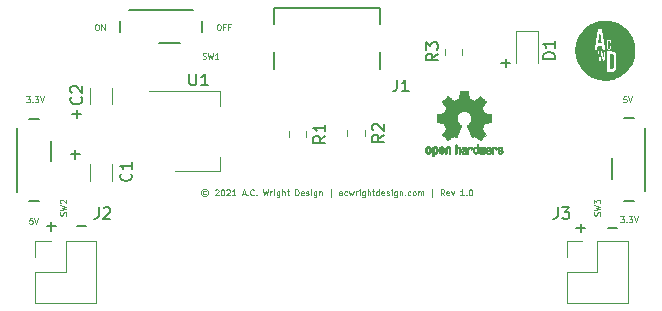
<source format=gbr>
G04 #@! TF.GenerationSoftware,KiCad,Pcbnew,(5.1.9-0-10_14)*
G04 #@! TF.CreationDate,2021-04-08T17:16:22-05:00*
G04 #@! TF.ProjectId,Power Helper,506f7765-7220-4486-956c-7065722e6b69,1*
G04 #@! TF.SameCoordinates,Original*
G04 #@! TF.FileFunction,Legend,Top*
G04 #@! TF.FilePolarity,Positive*
%FSLAX46Y46*%
G04 Gerber Fmt 4.6, Leading zero omitted, Abs format (unit mm)*
G04 Created by KiCad (PCBNEW (5.1.9-0-10_14)) date 2021-04-08 17:16:22*
%MOMM*%
%LPD*%
G01*
G04 APERTURE LIST*
%ADD10C,0.100000*%
%ADD11C,0.150000*%
%ADD12C,0.010000*%
%ADD13C,0.120000*%
%ADD14C,0.127000*%
%ADD15C,0.203200*%
G04 APERTURE END LIST*
D10*
X168052761Y-93071190D02*
X167814666Y-93071190D01*
X167790857Y-93309285D01*
X167814666Y-93285476D01*
X167862285Y-93261666D01*
X167981333Y-93261666D01*
X168028952Y-93285476D01*
X168052761Y-93309285D01*
X168076571Y-93356904D01*
X168076571Y-93475952D01*
X168052761Y-93523571D01*
X168028952Y-93547380D01*
X167981333Y-93571190D01*
X167862285Y-93571190D01*
X167814666Y-93547380D01*
X167790857Y-93523571D01*
X168219428Y-93071190D02*
X168386095Y-93571190D01*
X168552761Y-93071190D01*
X167536904Y-103231190D02*
X167846428Y-103231190D01*
X167679761Y-103421666D01*
X167751190Y-103421666D01*
X167798809Y-103445476D01*
X167822619Y-103469285D01*
X167846428Y-103516904D01*
X167846428Y-103635952D01*
X167822619Y-103683571D01*
X167798809Y-103707380D01*
X167751190Y-103731190D01*
X167608333Y-103731190D01*
X167560714Y-103707380D01*
X167536904Y-103683571D01*
X168060714Y-103683571D02*
X168084523Y-103707380D01*
X168060714Y-103731190D01*
X168036904Y-103707380D01*
X168060714Y-103683571D01*
X168060714Y-103731190D01*
X168251190Y-103231190D02*
X168560714Y-103231190D01*
X168394047Y-103421666D01*
X168465476Y-103421666D01*
X168513095Y-103445476D01*
X168536904Y-103469285D01*
X168560714Y-103516904D01*
X168560714Y-103635952D01*
X168536904Y-103683571D01*
X168513095Y-103707380D01*
X168465476Y-103731190D01*
X168322619Y-103731190D01*
X168275000Y-103707380D01*
X168251190Y-103683571D01*
X168703571Y-103231190D02*
X168870238Y-103731190D01*
X169036904Y-103231190D01*
X117760761Y-103358190D02*
X117522666Y-103358190D01*
X117498857Y-103596285D01*
X117522666Y-103572476D01*
X117570285Y-103548666D01*
X117689333Y-103548666D01*
X117736952Y-103572476D01*
X117760761Y-103596285D01*
X117784571Y-103643904D01*
X117784571Y-103762952D01*
X117760761Y-103810571D01*
X117736952Y-103834380D01*
X117689333Y-103858190D01*
X117570285Y-103858190D01*
X117522666Y-103834380D01*
X117498857Y-103810571D01*
X117927428Y-103358190D02*
X118094095Y-103858190D01*
X118260761Y-103358190D01*
X117244904Y-93071190D02*
X117554428Y-93071190D01*
X117387761Y-93261666D01*
X117459190Y-93261666D01*
X117506809Y-93285476D01*
X117530619Y-93309285D01*
X117554428Y-93356904D01*
X117554428Y-93475952D01*
X117530619Y-93523571D01*
X117506809Y-93547380D01*
X117459190Y-93571190D01*
X117316333Y-93571190D01*
X117268714Y-93547380D01*
X117244904Y-93523571D01*
X117768714Y-93523571D02*
X117792523Y-93547380D01*
X117768714Y-93571190D01*
X117744904Y-93547380D01*
X117768714Y-93523571D01*
X117768714Y-93571190D01*
X117959190Y-93071190D02*
X118268714Y-93071190D01*
X118102047Y-93261666D01*
X118173476Y-93261666D01*
X118221095Y-93285476D01*
X118244904Y-93309285D01*
X118268714Y-93356904D01*
X118268714Y-93475952D01*
X118244904Y-93523571D01*
X118221095Y-93547380D01*
X118173476Y-93571190D01*
X118030619Y-93571190D01*
X117983000Y-93547380D01*
X117959190Y-93523571D01*
X118411571Y-93071190D02*
X118578238Y-93571190D01*
X118744904Y-93071190D01*
X123180666Y-86975190D02*
X123275904Y-86975190D01*
X123323523Y-86999000D01*
X123371142Y-87046619D01*
X123394952Y-87141857D01*
X123394952Y-87308523D01*
X123371142Y-87403761D01*
X123323523Y-87451380D01*
X123275904Y-87475190D01*
X123180666Y-87475190D01*
X123133047Y-87451380D01*
X123085428Y-87403761D01*
X123061619Y-87308523D01*
X123061619Y-87141857D01*
X123085428Y-87046619D01*
X123133047Y-86999000D01*
X123180666Y-86975190D01*
X123609238Y-87475190D02*
X123609238Y-86975190D01*
X123894952Y-87475190D01*
X123894952Y-86975190D01*
X133502285Y-86975190D02*
X133597523Y-86975190D01*
X133645142Y-86999000D01*
X133692761Y-87046619D01*
X133716571Y-87141857D01*
X133716571Y-87308523D01*
X133692761Y-87403761D01*
X133645142Y-87451380D01*
X133597523Y-87475190D01*
X133502285Y-87475190D01*
X133454666Y-87451380D01*
X133407047Y-87403761D01*
X133383238Y-87308523D01*
X133383238Y-87141857D01*
X133407047Y-87046619D01*
X133454666Y-86999000D01*
X133502285Y-86975190D01*
X134097523Y-87213285D02*
X133930857Y-87213285D01*
X133930857Y-87475190D02*
X133930857Y-86975190D01*
X134168952Y-86975190D01*
X134526095Y-87213285D02*
X134359428Y-87213285D01*
X134359428Y-87475190D02*
X134359428Y-86975190D01*
X134597523Y-86975190D01*
D11*
X121031047Y-97988428D02*
X121792952Y-97988428D01*
X121412000Y-98369380D02*
X121412000Y-97607476D01*
X121158047Y-94559428D02*
X121919952Y-94559428D01*
X121539000Y-94940380D02*
X121539000Y-94178476D01*
X157480047Y-90241428D02*
X158241952Y-90241428D01*
X157861000Y-90622380D02*
X157861000Y-89860476D01*
D10*
X132438571Y-101064238D02*
X132390952Y-101040428D01*
X132295714Y-101040428D01*
X132248095Y-101064238D01*
X132200476Y-101111857D01*
X132176666Y-101159476D01*
X132176666Y-101254714D01*
X132200476Y-101302333D01*
X132248095Y-101349952D01*
X132295714Y-101373761D01*
X132390952Y-101373761D01*
X132438571Y-101349952D01*
X132343333Y-100873761D02*
X132224285Y-100897571D01*
X132105238Y-100969000D01*
X132033809Y-101088047D01*
X132010000Y-101207095D01*
X132033809Y-101326142D01*
X132105238Y-101445190D01*
X132224285Y-101516619D01*
X132343333Y-101540428D01*
X132462380Y-101516619D01*
X132581428Y-101445190D01*
X132652857Y-101326142D01*
X132676666Y-101207095D01*
X132652857Y-101088047D01*
X132581428Y-100969000D01*
X132462380Y-100897571D01*
X132343333Y-100873761D01*
X133248095Y-100992809D02*
X133271904Y-100969000D01*
X133319523Y-100945190D01*
X133438571Y-100945190D01*
X133486190Y-100969000D01*
X133510000Y-100992809D01*
X133533809Y-101040428D01*
X133533809Y-101088047D01*
X133510000Y-101159476D01*
X133224285Y-101445190D01*
X133533809Y-101445190D01*
X133843333Y-100945190D02*
X133890952Y-100945190D01*
X133938571Y-100969000D01*
X133962380Y-100992809D01*
X133986190Y-101040428D01*
X134010000Y-101135666D01*
X134010000Y-101254714D01*
X133986190Y-101349952D01*
X133962380Y-101397571D01*
X133938571Y-101421380D01*
X133890952Y-101445190D01*
X133843333Y-101445190D01*
X133795714Y-101421380D01*
X133771904Y-101397571D01*
X133748095Y-101349952D01*
X133724285Y-101254714D01*
X133724285Y-101135666D01*
X133748095Y-101040428D01*
X133771904Y-100992809D01*
X133795714Y-100969000D01*
X133843333Y-100945190D01*
X134200476Y-100992809D02*
X134224285Y-100969000D01*
X134271904Y-100945190D01*
X134390952Y-100945190D01*
X134438571Y-100969000D01*
X134462380Y-100992809D01*
X134486190Y-101040428D01*
X134486190Y-101088047D01*
X134462380Y-101159476D01*
X134176666Y-101445190D01*
X134486190Y-101445190D01*
X134962380Y-101445190D02*
X134676666Y-101445190D01*
X134819523Y-101445190D02*
X134819523Y-100945190D01*
X134771904Y-101016619D01*
X134724285Y-101064238D01*
X134676666Y-101088047D01*
X135533809Y-101302333D02*
X135771904Y-101302333D01*
X135486190Y-101445190D02*
X135652857Y-100945190D01*
X135819523Y-101445190D01*
X135986190Y-101397571D02*
X136010000Y-101421380D01*
X135986190Y-101445190D01*
X135962380Y-101421380D01*
X135986190Y-101397571D01*
X135986190Y-101445190D01*
X136510000Y-101397571D02*
X136486190Y-101421380D01*
X136414761Y-101445190D01*
X136367142Y-101445190D01*
X136295714Y-101421380D01*
X136248095Y-101373761D01*
X136224285Y-101326142D01*
X136200476Y-101230904D01*
X136200476Y-101159476D01*
X136224285Y-101064238D01*
X136248095Y-101016619D01*
X136295714Y-100969000D01*
X136367142Y-100945190D01*
X136414761Y-100945190D01*
X136486190Y-100969000D01*
X136510000Y-100992809D01*
X136724285Y-101397571D02*
X136748095Y-101421380D01*
X136724285Y-101445190D01*
X136700476Y-101421380D01*
X136724285Y-101397571D01*
X136724285Y-101445190D01*
X137295714Y-100945190D02*
X137414761Y-101445190D01*
X137510000Y-101088047D01*
X137605238Y-101445190D01*
X137724285Y-100945190D01*
X137914761Y-101445190D02*
X137914761Y-101111857D01*
X137914761Y-101207095D02*
X137938571Y-101159476D01*
X137962380Y-101135666D01*
X138010000Y-101111857D01*
X138057619Y-101111857D01*
X138224285Y-101445190D02*
X138224285Y-101111857D01*
X138224285Y-100945190D02*
X138200476Y-100969000D01*
X138224285Y-100992809D01*
X138248095Y-100969000D01*
X138224285Y-100945190D01*
X138224285Y-100992809D01*
X138676666Y-101111857D02*
X138676666Y-101516619D01*
X138652857Y-101564238D01*
X138629047Y-101588047D01*
X138581428Y-101611857D01*
X138510000Y-101611857D01*
X138462380Y-101588047D01*
X138676666Y-101421380D02*
X138629047Y-101445190D01*
X138533809Y-101445190D01*
X138486190Y-101421380D01*
X138462380Y-101397571D01*
X138438571Y-101349952D01*
X138438571Y-101207095D01*
X138462380Y-101159476D01*
X138486190Y-101135666D01*
X138533809Y-101111857D01*
X138629047Y-101111857D01*
X138676666Y-101135666D01*
X138914761Y-101445190D02*
X138914761Y-100945190D01*
X139129047Y-101445190D02*
X139129047Y-101183285D01*
X139105238Y-101135666D01*
X139057619Y-101111857D01*
X138986190Y-101111857D01*
X138938571Y-101135666D01*
X138914761Y-101159476D01*
X139295714Y-101111857D02*
X139486190Y-101111857D01*
X139367142Y-100945190D02*
X139367142Y-101373761D01*
X139390952Y-101421380D01*
X139438571Y-101445190D01*
X139486190Y-101445190D01*
X140033809Y-101445190D02*
X140033809Y-100945190D01*
X140152857Y-100945190D01*
X140224285Y-100969000D01*
X140271904Y-101016619D01*
X140295714Y-101064238D01*
X140319523Y-101159476D01*
X140319523Y-101230904D01*
X140295714Y-101326142D01*
X140271904Y-101373761D01*
X140224285Y-101421380D01*
X140152857Y-101445190D01*
X140033809Y-101445190D01*
X140724285Y-101421380D02*
X140676666Y-101445190D01*
X140581428Y-101445190D01*
X140533809Y-101421380D01*
X140510000Y-101373761D01*
X140510000Y-101183285D01*
X140533809Y-101135666D01*
X140581428Y-101111857D01*
X140676666Y-101111857D01*
X140724285Y-101135666D01*
X140748095Y-101183285D01*
X140748095Y-101230904D01*
X140510000Y-101278523D01*
X140938571Y-101421380D02*
X140986190Y-101445190D01*
X141081428Y-101445190D01*
X141129047Y-101421380D01*
X141152857Y-101373761D01*
X141152857Y-101349952D01*
X141129047Y-101302333D01*
X141081428Y-101278523D01*
X141010000Y-101278523D01*
X140962380Y-101254714D01*
X140938571Y-101207095D01*
X140938571Y-101183285D01*
X140962380Y-101135666D01*
X141010000Y-101111857D01*
X141081428Y-101111857D01*
X141129047Y-101135666D01*
X141367142Y-101445190D02*
X141367142Y-101111857D01*
X141367142Y-100945190D02*
X141343333Y-100969000D01*
X141367142Y-100992809D01*
X141390952Y-100969000D01*
X141367142Y-100945190D01*
X141367142Y-100992809D01*
X141819523Y-101111857D02*
X141819523Y-101516619D01*
X141795714Y-101564238D01*
X141771904Y-101588047D01*
X141724285Y-101611857D01*
X141652857Y-101611857D01*
X141605238Y-101588047D01*
X141819523Y-101421380D02*
X141771904Y-101445190D01*
X141676666Y-101445190D01*
X141629047Y-101421380D01*
X141605238Y-101397571D01*
X141581428Y-101349952D01*
X141581428Y-101207095D01*
X141605238Y-101159476D01*
X141629047Y-101135666D01*
X141676666Y-101111857D01*
X141771904Y-101111857D01*
X141819523Y-101135666D01*
X142057619Y-101111857D02*
X142057619Y-101445190D01*
X142057619Y-101159476D02*
X142081428Y-101135666D01*
X142129047Y-101111857D01*
X142200476Y-101111857D01*
X142248095Y-101135666D01*
X142271904Y-101183285D01*
X142271904Y-101445190D01*
X143010000Y-101611857D02*
X143010000Y-100897571D01*
X143962380Y-101445190D02*
X143962380Y-101183285D01*
X143938571Y-101135666D01*
X143890952Y-101111857D01*
X143795714Y-101111857D01*
X143748095Y-101135666D01*
X143962380Y-101421380D02*
X143914761Y-101445190D01*
X143795714Y-101445190D01*
X143748095Y-101421380D01*
X143724285Y-101373761D01*
X143724285Y-101326142D01*
X143748095Y-101278523D01*
X143795714Y-101254714D01*
X143914761Y-101254714D01*
X143962380Y-101230904D01*
X144414761Y-101421380D02*
X144367142Y-101445190D01*
X144271904Y-101445190D01*
X144224285Y-101421380D01*
X144200476Y-101397571D01*
X144176666Y-101349952D01*
X144176666Y-101207095D01*
X144200476Y-101159476D01*
X144224285Y-101135666D01*
X144271904Y-101111857D01*
X144367142Y-101111857D01*
X144414761Y-101135666D01*
X144581428Y-101111857D02*
X144676666Y-101445190D01*
X144771904Y-101207095D01*
X144867142Y-101445190D01*
X144962380Y-101111857D01*
X145152857Y-101445190D02*
X145152857Y-101111857D01*
X145152857Y-101207095D02*
X145176666Y-101159476D01*
X145200476Y-101135666D01*
X145248095Y-101111857D01*
X145295714Y-101111857D01*
X145462380Y-101445190D02*
X145462380Y-101111857D01*
X145462380Y-100945190D02*
X145438571Y-100969000D01*
X145462380Y-100992809D01*
X145486190Y-100969000D01*
X145462380Y-100945190D01*
X145462380Y-100992809D01*
X145914761Y-101111857D02*
X145914761Y-101516619D01*
X145890952Y-101564238D01*
X145867142Y-101588047D01*
X145819523Y-101611857D01*
X145748095Y-101611857D01*
X145700476Y-101588047D01*
X145914761Y-101421380D02*
X145867142Y-101445190D01*
X145771904Y-101445190D01*
X145724285Y-101421380D01*
X145700476Y-101397571D01*
X145676666Y-101349952D01*
X145676666Y-101207095D01*
X145700476Y-101159476D01*
X145724285Y-101135666D01*
X145771904Y-101111857D01*
X145867142Y-101111857D01*
X145914761Y-101135666D01*
X146152857Y-101445190D02*
X146152857Y-100945190D01*
X146367142Y-101445190D02*
X146367142Y-101183285D01*
X146343333Y-101135666D01*
X146295714Y-101111857D01*
X146224285Y-101111857D01*
X146176666Y-101135666D01*
X146152857Y-101159476D01*
X146533809Y-101111857D02*
X146724285Y-101111857D01*
X146605238Y-100945190D02*
X146605238Y-101373761D01*
X146629047Y-101421380D01*
X146676666Y-101445190D01*
X146724285Y-101445190D01*
X147105238Y-101445190D02*
X147105238Y-100945190D01*
X147105238Y-101421380D02*
X147057619Y-101445190D01*
X146962380Y-101445190D01*
X146914761Y-101421380D01*
X146890952Y-101397571D01*
X146867142Y-101349952D01*
X146867142Y-101207095D01*
X146890952Y-101159476D01*
X146914761Y-101135666D01*
X146962380Y-101111857D01*
X147057619Y-101111857D01*
X147105238Y-101135666D01*
X147533809Y-101421380D02*
X147486190Y-101445190D01*
X147390952Y-101445190D01*
X147343333Y-101421380D01*
X147319523Y-101373761D01*
X147319523Y-101183285D01*
X147343333Y-101135666D01*
X147390952Y-101111857D01*
X147486190Y-101111857D01*
X147533809Y-101135666D01*
X147557619Y-101183285D01*
X147557619Y-101230904D01*
X147319523Y-101278523D01*
X147748095Y-101421380D02*
X147795714Y-101445190D01*
X147890952Y-101445190D01*
X147938571Y-101421380D01*
X147962380Y-101373761D01*
X147962380Y-101349952D01*
X147938571Y-101302333D01*
X147890952Y-101278523D01*
X147819523Y-101278523D01*
X147771904Y-101254714D01*
X147748095Y-101207095D01*
X147748095Y-101183285D01*
X147771904Y-101135666D01*
X147819523Y-101111857D01*
X147890952Y-101111857D01*
X147938571Y-101135666D01*
X148176666Y-101445190D02*
X148176666Y-101111857D01*
X148176666Y-100945190D02*
X148152857Y-100969000D01*
X148176666Y-100992809D01*
X148200476Y-100969000D01*
X148176666Y-100945190D01*
X148176666Y-100992809D01*
X148629047Y-101111857D02*
X148629047Y-101516619D01*
X148605238Y-101564238D01*
X148581428Y-101588047D01*
X148533809Y-101611857D01*
X148462380Y-101611857D01*
X148414761Y-101588047D01*
X148629047Y-101421380D02*
X148581428Y-101445190D01*
X148486190Y-101445190D01*
X148438571Y-101421380D01*
X148414761Y-101397571D01*
X148390952Y-101349952D01*
X148390952Y-101207095D01*
X148414761Y-101159476D01*
X148438571Y-101135666D01*
X148486190Y-101111857D01*
X148581428Y-101111857D01*
X148629047Y-101135666D01*
X148867142Y-101111857D02*
X148867142Y-101445190D01*
X148867142Y-101159476D02*
X148890952Y-101135666D01*
X148938571Y-101111857D01*
X149010000Y-101111857D01*
X149057619Y-101135666D01*
X149081428Y-101183285D01*
X149081428Y-101445190D01*
X149319523Y-101397571D02*
X149343333Y-101421380D01*
X149319523Y-101445190D01*
X149295714Y-101421380D01*
X149319523Y-101397571D01*
X149319523Y-101445190D01*
X149771904Y-101421380D02*
X149724285Y-101445190D01*
X149629047Y-101445190D01*
X149581428Y-101421380D01*
X149557619Y-101397571D01*
X149533809Y-101349952D01*
X149533809Y-101207095D01*
X149557619Y-101159476D01*
X149581428Y-101135666D01*
X149629047Y-101111857D01*
X149724285Y-101111857D01*
X149771904Y-101135666D01*
X150057619Y-101445190D02*
X150010000Y-101421380D01*
X149986190Y-101397571D01*
X149962380Y-101349952D01*
X149962380Y-101207095D01*
X149986190Y-101159476D01*
X150010000Y-101135666D01*
X150057619Y-101111857D01*
X150129047Y-101111857D01*
X150176666Y-101135666D01*
X150200476Y-101159476D01*
X150224285Y-101207095D01*
X150224285Y-101349952D01*
X150200476Y-101397571D01*
X150176666Y-101421380D01*
X150129047Y-101445190D01*
X150057619Y-101445190D01*
X150438571Y-101445190D02*
X150438571Y-101111857D01*
X150438571Y-101159476D02*
X150462380Y-101135666D01*
X150510000Y-101111857D01*
X150581428Y-101111857D01*
X150629047Y-101135666D01*
X150652857Y-101183285D01*
X150652857Y-101445190D01*
X150652857Y-101183285D02*
X150676666Y-101135666D01*
X150724285Y-101111857D01*
X150795714Y-101111857D01*
X150843333Y-101135666D01*
X150867142Y-101183285D01*
X150867142Y-101445190D01*
X151605238Y-101611857D02*
X151605238Y-100897571D01*
X152629047Y-101445190D02*
X152462380Y-101207095D01*
X152343333Y-101445190D02*
X152343333Y-100945190D01*
X152533809Y-100945190D01*
X152581428Y-100969000D01*
X152605238Y-100992809D01*
X152629047Y-101040428D01*
X152629047Y-101111857D01*
X152605238Y-101159476D01*
X152581428Y-101183285D01*
X152533809Y-101207095D01*
X152343333Y-101207095D01*
X153033809Y-101421380D02*
X152986190Y-101445190D01*
X152890952Y-101445190D01*
X152843333Y-101421380D01*
X152819523Y-101373761D01*
X152819523Y-101183285D01*
X152843333Y-101135666D01*
X152890952Y-101111857D01*
X152986190Y-101111857D01*
X153033809Y-101135666D01*
X153057619Y-101183285D01*
X153057619Y-101230904D01*
X152819523Y-101278523D01*
X153224285Y-101111857D02*
X153343333Y-101445190D01*
X153462380Y-101111857D01*
X154295714Y-101445190D02*
X154010000Y-101445190D01*
X154152857Y-101445190D02*
X154152857Y-100945190D01*
X154105238Y-101016619D01*
X154057619Y-101064238D01*
X154010000Y-101088047D01*
X154510000Y-101397571D02*
X154533809Y-101421380D01*
X154510000Y-101445190D01*
X154486190Y-101421380D01*
X154510000Y-101397571D01*
X154510000Y-101445190D01*
X154843333Y-100945190D02*
X154890952Y-100945190D01*
X154938571Y-100969000D01*
X154962380Y-100992809D01*
X154986190Y-101040428D01*
X155010000Y-101135666D01*
X155010000Y-101254714D01*
X154986190Y-101349952D01*
X154962380Y-101397571D01*
X154938571Y-101421380D01*
X154890952Y-101445190D01*
X154843333Y-101445190D01*
X154795714Y-101421380D01*
X154771904Y-101397571D01*
X154748095Y-101349952D01*
X154724285Y-101254714D01*
X154724285Y-101135666D01*
X154748095Y-101040428D01*
X154771904Y-100992809D01*
X154795714Y-100969000D01*
X154843333Y-100945190D01*
D11*
X166497047Y-104211428D02*
X167258952Y-104211428D01*
X121539047Y-104084428D02*
X122300952Y-104084428D01*
X118999047Y-104084428D02*
X119760952Y-104084428D01*
X119380000Y-104465380D02*
X119380000Y-103703476D01*
X163830047Y-104211428D02*
X164591952Y-104211428D01*
X164211000Y-104592380D02*
X164211000Y-103830476D01*
D12*
G36*
X151904744Y-97296918D02*
G01*
X151960201Y-97324568D01*
X152009148Y-97375480D01*
X152022629Y-97394338D01*
X152037314Y-97419015D01*
X152046842Y-97445816D01*
X152052293Y-97481587D01*
X152054747Y-97533169D01*
X152055286Y-97601267D01*
X152052852Y-97694588D01*
X152044394Y-97764657D01*
X152028174Y-97816931D01*
X152002454Y-97856869D01*
X151965497Y-97889929D01*
X151962782Y-97891886D01*
X151926360Y-97911908D01*
X151882502Y-97921815D01*
X151826724Y-97924257D01*
X151736048Y-97924257D01*
X151736010Y-98012283D01*
X151735166Y-98061308D01*
X151730024Y-98090065D01*
X151716587Y-98107311D01*
X151690858Y-98121808D01*
X151684679Y-98124769D01*
X151655764Y-98138648D01*
X151633376Y-98147414D01*
X151616729Y-98148171D01*
X151605036Y-98138023D01*
X151597510Y-98114073D01*
X151593366Y-98073426D01*
X151591815Y-98013186D01*
X151592071Y-97930455D01*
X151593349Y-97822339D01*
X151593748Y-97790000D01*
X151595185Y-97678524D01*
X151596472Y-97605603D01*
X151735971Y-97605603D01*
X151736755Y-97667499D01*
X151740240Y-97707997D01*
X151748124Y-97734708D01*
X151762105Y-97755244D01*
X151771597Y-97765260D01*
X151810404Y-97794567D01*
X151844763Y-97796952D01*
X151880216Y-97772750D01*
X151881114Y-97771857D01*
X151895539Y-97753153D01*
X151904313Y-97727732D01*
X151908739Y-97688584D01*
X151910118Y-97628697D01*
X151910143Y-97615430D01*
X151906812Y-97532901D01*
X151895969Y-97475691D01*
X151876340Y-97440766D01*
X151846650Y-97425094D01*
X151829491Y-97423514D01*
X151788766Y-97430926D01*
X151760832Y-97455330D01*
X151744017Y-97499980D01*
X151736650Y-97568130D01*
X151735971Y-97605603D01*
X151596472Y-97605603D01*
X151596708Y-97592245D01*
X151598677Y-97527333D01*
X151601450Y-97479958D01*
X151605388Y-97446290D01*
X151610849Y-97422498D01*
X151618192Y-97404753D01*
X151627777Y-97389224D01*
X151631887Y-97383381D01*
X151686405Y-97328185D01*
X151755336Y-97296890D01*
X151835072Y-97288165D01*
X151904744Y-97296918D01*
G37*
X151904744Y-97296918D02*
X151960201Y-97324568D01*
X152009148Y-97375480D01*
X152022629Y-97394338D01*
X152037314Y-97419015D01*
X152046842Y-97445816D01*
X152052293Y-97481587D01*
X152054747Y-97533169D01*
X152055286Y-97601267D01*
X152052852Y-97694588D01*
X152044394Y-97764657D01*
X152028174Y-97816931D01*
X152002454Y-97856869D01*
X151965497Y-97889929D01*
X151962782Y-97891886D01*
X151926360Y-97911908D01*
X151882502Y-97921815D01*
X151826724Y-97924257D01*
X151736048Y-97924257D01*
X151736010Y-98012283D01*
X151735166Y-98061308D01*
X151730024Y-98090065D01*
X151716587Y-98107311D01*
X151690858Y-98121808D01*
X151684679Y-98124769D01*
X151655764Y-98138648D01*
X151633376Y-98147414D01*
X151616729Y-98148171D01*
X151605036Y-98138023D01*
X151597510Y-98114073D01*
X151593366Y-98073426D01*
X151591815Y-98013186D01*
X151592071Y-97930455D01*
X151593349Y-97822339D01*
X151593748Y-97790000D01*
X151595185Y-97678524D01*
X151596472Y-97605603D01*
X151735971Y-97605603D01*
X151736755Y-97667499D01*
X151740240Y-97707997D01*
X151748124Y-97734708D01*
X151762105Y-97755244D01*
X151771597Y-97765260D01*
X151810404Y-97794567D01*
X151844763Y-97796952D01*
X151880216Y-97772750D01*
X151881114Y-97771857D01*
X151895539Y-97753153D01*
X151904313Y-97727732D01*
X151908739Y-97688584D01*
X151910118Y-97628697D01*
X151910143Y-97615430D01*
X151906812Y-97532901D01*
X151895969Y-97475691D01*
X151876340Y-97440766D01*
X151846650Y-97425094D01*
X151829491Y-97423514D01*
X151788766Y-97430926D01*
X151760832Y-97455330D01*
X151744017Y-97499980D01*
X151736650Y-97568130D01*
X151735971Y-97605603D01*
X151596472Y-97605603D01*
X151596708Y-97592245D01*
X151598677Y-97527333D01*
X151601450Y-97479958D01*
X151605388Y-97446290D01*
X151610849Y-97422498D01*
X151618192Y-97404753D01*
X151627777Y-97389224D01*
X151631887Y-97383381D01*
X151686405Y-97328185D01*
X151755336Y-97296890D01*
X151835072Y-97288165D01*
X151904744Y-97296918D01*
G36*
X153021093Y-97304780D02*
G01*
X153067672Y-97331723D01*
X153100057Y-97358466D01*
X153123742Y-97386484D01*
X153140059Y-97420748D01*
X153150339Y-97466227D01*
X153155914Y-97527892D01*
X153158116Y-97610711D01*
X153158371Y-97670246D01*
X153158371Y-97889391D01*
X153096686Y-97917044D01*
X153035000Y-97944697D01*
X153027743Y-97704670D01*
X153024744Y-97615028D01*
X153021598Y-97549962D01*
X153017701Y-97505026D01*
X153012447Y-97475770D01*
X153005231Y-97457748D01*
X152995450Y-97446511D01*
X152992312Y-97444079D01*
X152944761Y-97425083D01*
X152896697Y-97432600D01*
X152868086Y-97452543D01*
X152856447Y-97466675D01*
X152848391Y-97485220D01*
X152843271Y-97513334D01*
X152840441Y-97556173D01*
X152839256Y-97618895D01*
X152839057Y-97684261D01*
X152839018Y-97766268D01*
X152837614Y-97824316D01*
X152832914Y-97863465D01*
X152822987Y-97888780D01*
X152805903Y-97905323D01*
X152779732Y-97918156D01*
X152744775Y-97931491D01*
X152706596Y-97946007D01*
X152711141Y-97688389D01*
X152712971Y-97595519D01*
X152715112Y-97526889D01*
X152718181Y-97477711D01*
X152722794Y-97443198D01*
X152729568Y-97418562D01*
X152739119Y-97399016D01*
X152750634Y-97381770D01*
X152806190Y-97326680D01*
X152873980Y-97294822D01*
X152947713Y-97287191D01*
X153021093Y-97304780D01*
G37*
X153021093Y-97304780D02*
X153067672Y-97331723D01*
X153100057Y-97358466D01*
X153123742Y-97386484D01*
X153140059Y-97420748D01*
X153150339Y-97466227D01*
X153155914Y-97527892D01*
X153158116Y-97610711D01*
X153158371Y-97670246D01*
X153158371Y-97889391D01*
X153096686Y-97917044D01*
X153035000Y-97944697D01*
X153027743Y-97704670D01*
X153024744Y-97615028D01*
X153021598Y-97549962D01*
X153017701Y-97505026D01*
X153012447Y-97475770D01*
X153005231Y-97457748D01*
X152995450Y-97446511D01*
X152992312Y-97444079D01*
X152944761Y-97425083D01*
X152896697Y-97432600D01*
X152868086Y-97452543D01*
X152856447Y-97466675D01*
X152848391Y-97485220D01*
X152843271Y-97513334D01*
X152840441Y-97556173D01*
X152839256Y-97618895D01*
X152839057Y-97684261D01*
X152839018Y-97766268D01*
X152837614Y-97824316D01*
X152832914Y-97863465D01*
X152822987Y-97888780D01*
X152805903Y-97905323D01*
X152779732Y-97918156D01*
X152744775Y-97931491D01*
X152706596Y-97946007D01*
X152711141Y-97688389D01*
X152712971Y-97595519D01*
X152715112Y-97526889D01*
X152718181Y-97477711D01*
X152722794Y-97443198D01*
X152729568Y-97418562D01*
X152739119Y-97399016D01*
X152750634Y-97381770D01*
X152806190Y-97326680D01*
X152873980Y-97294822D01*
X152947713Y-97287191D01*
X153021093Y-97304780D01*
G36*
X151346115Y-97298962D02*
G01*
X151414145Y-97334733D01*
X151464351Y-97392301D01*
X151482185Y-97429312D01*
X151496063Y-97484882D01*
X151503167Y-97555096D01*
X151503840Y-97631727D01*
X151498427Y-97706552D01*
X151487270Y-97771342D01*
X151470714Y-97817873D01*
X151465626Y-97825887D01*
X151405355Y-97885707D01*
X151333769Y-97921535D01*
X151256092Y-97932020D01*
X151177548Y-97915810D01*
X151155689Y-97906092D01*
X151113122Y-97876143D01*
X151075763Y-97836433D01*
X151072232Y-97831397D01*
X151057881Y-97807124D01*
X151048394Y-97781178D01*
X151042790Y-97747022D01*
X151040086Y-97698119D01*
X151039299Y-97627935D01*
X151039286Y-97612200D01*
X151039322Y-97607192D01*
X151184429Y-97607192D01*
X151185273Y-97673430D01*
X151188596Y-97717386D01*
X151195583Y-97745779D01*
X151207416Y-97765325D01*
X151213457Y-97771857D01*
X151248186Y-97796680D01*
X151281903Y-97795548D01*
X151315995Y-97774016D01*
X151336329Y-97751029D01*
X151348371Y-97717478D01*
X151355134Y-97664569D01*
X151355598Y-97658399D01*
X151356752Y-97562513D01*
X151344688Y-97491299D01*
X151319570Y-97445194D01*
X151281560Y-97424635D01*
X151267992Y-97423514D01*
X151232364Y-97429152D01*
X151207994Y-97448686D01*
X151193093Y-97486042D01*
X151185875Y-97545150D01*
X151184429Y-97607192D01*
X151039322Y-97607192D01*
X151039826Y-97537413D01*
X151042096Y-97485159D01*
X151047068Y-97448949D01*
X151055713Y-97422299D01*
X151069005Y-97398722D01*
X151071943Y-97394338D01*
X151121313Y-97335249D01*
X151175109Y-97300947D01*
X151240602Y-97287331D01*
X151262842Y-97286665D01*
X151346115Y-97298962D01*
G37*
X151346115Y-97298962D02*
X151414145Y-97334733D01*
X151464351Y-97392301D01*
X151482185Y-97429312D01*
X151496063Y-97484882D01*
X151503167Y-97555096D01*
X151503840Y-97631727D01*
X151498427Y-97706552D01*
X151487270Y-97771342D01*
X151470714Y-97817873D01*
X151465626Y-97825887D01*
X151405355Y-97885707D01*
X151333769Y-97921535D01*
X151256092Y-97932020D01*
X151177548Y-97915810D01*
X151155689Y-97906092D01*
X151113122Y-97876143D01*
X151075763Y-97836433D01*
X151072232Y-97831397D01*
X151057881Y-97807124D01*
X151048394Y-97781178D01*
X151042790Y-97747022D01*
X151040086Y-97698119D01*
X151039299Y-97627935D01*
X151039286Y-97612200D01*
X151039322Y-97607192D01*
X151184429Y-97607192D01*
X151185273Y-97673430D01*
X151188596Y-97717386D01*
X151195583Y-97745779D01*
X151207416Y-97765325D01*
X151213457Y-97771857D01*
X151248186Y-97796680D01*
X151281903Y-97795548D01*
X151315995Y-97774016D01*
X151336329Y-97751029D01*
X151348371Y-97717478D01*
X151355134Y-97664569D01*
X151355598Y-97658399D01*
X151356752Y-97562513D01*
X151344688Y-97491299D01*
X151319570Y-97445194D01*
X151281560Y-97424635D01*
X151267992Y-97423514D01*
X151232364Y-97429152D01*
X151207994Y-97448686D01*
X151193093Y-97486042D01*
X151185875Y-97545150D01*
X151184429Y-97607192D01*
X151039322Y-97607192D01*
X151039826Y-97537413D01*
X151042096Y-97485159D01*
X151047068Y-97448949D01*
X151055713Y-97422299D01*
X151069005Y-97398722D01*
X151071943Y-97394338D01*
X151121313Y-97335249D01*
X151175109Y-97300947D01*
X151240602Y-97287331D01*
X151262842Y-97286665D01*
X151346115Y-97298962D01*
G36*
X152473303Y-97308239D02*
G01*
X152530527Y-97346735D01*
X152574749Y-97402335D01*
X152601167Y-97473086D01*
X152606510Y-97525162D01*
X152605903Y-97546893D01*
X152600822Y-97563531D01*
X152586855Y-97578437D01*
X152559589Y-97594973D01*
X152514612Y-97616498D01*
X152447511Y-97646374D01*
X152447171Y-97646524D01*
X152385407Y-97674813D01*
X152334759Y-97699933D01*
X152300404Y-97719179D01*
X152287518Y-97729848D01*
X152287514Y-97729934D01*
X152298872Y-97753166D01*
X152325431Y-97778774D01*
X152355923Y-97797221D01*
X152371370Y-97800886D01*
X152413515Y-97788212D01*
X152449808Y-97756471D01*
X152467517Y-97721572D01*
X152484552Y-97695845D01*
X152517922Y-97666546D01*
X152557149Y-97641235D01*
X152591756Y-97627471D01*
X152598993Y-97626714D01*
X152607139Y-97639160D01*
X152607630Y-97670972D01*
X152601643Y-97713866D01*
X152590357Y-97759558D01*
X152574950Y-97799761D01*
X152574171Y-97801322D01*
X152527804Y-97866062D01*
X152467711Y-97910097D01*
X152399465Y-97931711D01*
X152328638Y-97929185D01*
X152260804Y-97900804D01*
X152257788Y-97898808D01*
X152204427Y-97850448D01*
X152169340Y-97787352D01*
X152149922Y-97704387D01*
X152147316Y-97681078D01*
X152142701Y-97571055D01*
X152148233Y-97519748D01*
X152287514Y-97519748D01*
X152289324Y-97551753D01*
X152299222Y-97561093D01*
X152323898Y-97554105D01*
X152362795Y-97537587D01*
X152406275Y-97516881D01*
X152407356Y-97516333D01*
X152444209Y-97496949D01*
X152459000Y-97484013D01*
X152455353Y-97470451D01*
X152439995Y-97452632D01*
X152400923Y-97426845D01*
X152358846Y-97424950D01*
X152321103Y-97443717D01*
X152295034Y-97479915D01*
X152287514Y-97519748D01*
X152148233Y-97519748D01*
X152152194Y-97483027D01*
X152176550Y-97413212D01*
X152210456Y-97364302D01*
X152271653Y-97314878D01*
X152339063Y-97290359D01*
X152407880Y-97288797D01*
X152473303Y-97308239D01*
G37*
X152473303Y-97308239D02*
X152530527Y-97346735D01*
X152574749Y-97402335D01*
X152601167Y-97473086D01*
X152606510Y-97525162D01*
X152605903Y-97546893D01*
X152600822Y-97563531D01*
X152586855Y-97578437D01*
X152559589Y-97594973D01*
X152514612Y-97616498D01*
X152447511Y-97646374D01*
X152447171Y-97646524D01*
X152385407Y-97674813D01*
X152334759Y-97699933D01*
X152300404Y-97719179D01*
X152287518Y-97729848D01*
X152287514Y-97729934D01*
X152298872Y-97753166D01*
X152325431Y-97778774D01*
X152355923Y-97797221D01*
X152371370Y-97800886D01*
X152413515Y-97788212D01*
X152449808Y-97756471D01*
X152467517Y-97721572D01*
X152484552Y-97695845D01*
X152517922Y-97666546D01*
X152557149Y-97641235D01*
X152591756Y-97627471D01*
X152598993Y-97626714D01*
X152607139Y-97639160D01*
X152607630Y-97670972D01*
X152601643Y-97713866D01*
X152590357Y-97759558D01*
X152574950Y-97799761D01*
X152574171Y-97801322D01*
X152527804Y-97866062D01*
X152467711Y-97910097D01*
X152399465Y-97931711D01*
X152328638Y-97929185D01*
X152260804Y-97900804D01*
X152257788Y-97898808D01*
X152204427Y-97850448D01*
X152169340Y-97787352D01*
X152149922Y-97704387D01*
X152147316Y-97681078D01*
X152142701Y-97571055D01*
X152148233Y-97519748D01*
X152287514Y-97519748D01*
X152289324Y-97551753D01*
X152299222Y-97561093D01*
X152323898Y-97554105D01*
X152362795Y-97537587D01*
X152406275Y-97516881D01*
X152407356Y-97516333D01*
X152444209Y-97496949D01*
X152459000Y-97484013D01*
X152455353Y-97470451D01*
X152439995Y-97452632D01*
X152400923Y-97426845D01*
X152358846Y-97424950D01*
X152321103Y-97443717D01*
X152295034Y-97479915D01*
X152287514Y-97519748D01*
X152148233Y-97519748D01*
X152152194Y-97483027D01*
X152176550Y-97413212D01*
X152210456Y-97364302D01*
X152271653Y-97314878D01*
X152339063Y-97290359D01*
X152407880Y-97288797D01*
X152473303Y-97308239D01*
G36*
X153680886Y-97228289D02*
G01*
X153685139Y-97287613D01*
X153690025Y-97322572D01*
X153696795Y-97337820D01*
X153706702Y-97338015D01*
X153709914Y-97336195D01*
X153752644Y-97323015D01*
X153808227Y-97323785D01*
X153864737Y-97337333D01*
X153900082Y-97354861D01*
X153936321Y-97382861D01*
X153962813Y-97414549D01*
X153980999Y-97454813D01*
X153992322Y-97508543D01*
X153998222Y-97580626D01*
X154000143Y-97675951D01*
X154000177Y-97694237D01*
X154000200Y-97899646D01*
X153954491Y-97915580D01*
X153922027Y-97926420D01*
X153904215Y-97931468D01*
X153903691Y-97931514D01*
X153901937Y-97917828D01*
X153900444Y-97880076D01*
X153899326Y-97823224D01*
X153898697Y-97752234D01*
X153898600Y-97709073D01*
X153898398Y-97623973D01*
X153897358Y-97562981D01*
X153894831Y-97521177D01*
X153890164Y-97493642D01*
X153882707Y-97475456D01*
X153871811Y-97461698D01*
X153865007Y-97455073D01*
X153818272Y-97428375D01*
X153767272Y-97426375D01*
X153721001Y-97448955D01*
X153712444Y-97457107D01*
X153699893Y-97472436D01*
X153691188Y-97490618D01*
X153685631Y-97516909D01*
X153682526Y-97556562D01*
X153681176Y-97614832D01*
X153680886Y-97695173D01*
X153680886Y-97899646D01*
X153635177Y-97915580D01*
X153602713Y-97926420D01*
X153584901Y-97931468D01*
X153584377Y-97931514D01*
X153583037Y-97917623D01*
X153581828Y-97878439D01*
X153580801Y-97817700D01*
X153580002Y-97739141D01*
X153579481Y-97646498D01*
X153579286Y-97543509D01*
X153579286Y-97146342D01*
X153626457Y-97126444D01*
X153673629Y-97106547D01*
X153680886Y-97228289D01*
G37*
X153680886Y-97228289D02*
X153685139Y-97287613D01*
X153690025Y-97322572D01*
X153696795Y-97337820D01*
X153706702Y-97338015D01*
X153709914Y-97336195D01*
X153752644Y-97323015D01*
X153808227Y-97323785D01*
X153864737Y-97337333D01*
X153900082Y-97354861D01*
X153936321Y-97382861D01*
X153962813Y-97414549D01*
X153980999Y-97454813D01*
X153992322Y-97508543D01*
X153998222Y-97580626D01*
X154000143Y-97675951D01*
X154000177Y-97694237D01*
X154000200Y-97899646D01*
X153954491Y-97915580D01*
X153922027Y-97926420D01*
X153904215Y-97931468D01*
X153903691Y-97931514D01*
X153901937Y-97917828D01*
X153900444Y-97880076D01*
X153899326Y-97823224D01*
X153898697Y-97752234D01*
X153898600Y-97709073D01*
X153898398Y-97623973D01*
X153897358Y-97562981D01*
X153894831Y-97521177D01*
X153890164Y-97493642D01*
X153882707Y-97475456D01*
X153871811Y-97461698D01*
X153865007Y-97455073D01*
X153818272Y-97428375D01*
X153767272Y-97426375D01*
X153721001Y-97448955D01*
X153712444Y-97457107D01*
X153699893Y-97472436D01*
X153691188Y-97490618D01*
X153685631Y-97516909D01*
X153682526Y-97556562D01*
X153681176Y-97614832D01*
X153680886Y-97695173D01*
X153680886Y-97899646D01*
X153635177Y-97915580D01*
X153602713Y-97926420D01*
X153584901Y-97931468D01*
X153584377Y-97931514D01*
X153583037Y-97917623D01*
X153581828Y-97878439D01*
X153580801Y-97817700D01*
X153580002Y-97739141D01*
X153579481Y-97646498D01*
X153579286Y-97543509D01*
X153579286Y-97146342D01*
X153626457Y-97126444D01*
X153673629Y-97106547D01*
X153680886Y-97228289D01*
G36*
X154344744Y-97327968D02*
G01*
X154401616Y-97349087D01*
X154402267Y-97349493D01*
X154437440Y-97375380D01*
X154463407Y-97405633D01*
X154481670Y-97445058D01*
X154493732Y-97498462D01*
X154501096Y-97570651D01*
X154505264Y-97666432D01*
X154505629Y-97680078D01*
X154510876Y-97885842D01*
X154466716Y-97908678D01*
X154434763Y-97924110D01*
X154415470Y-97931423D01*
X154414578Y-97931514D01*
X154411239Y-97918022D01*
X154408587Y-97881626D01*
X154406956Y-97828452D01*
X154406600Y-97785393D01*
X154406592Y-97715641D01*
X154403403Y-97671837D01*
X154392288Y-97650944D01*
X154368501Y-97649925D01*
X154327296Y-97665741D01*
X154265086Y-97694815D01*
X154219341Y-97718963D01*
X154195813Y-97739913D01*
X154188896Y-97762747D01*
X154188886Y-97763877D01*
X154200299Y-97803212D01*
X154234092Y-97824462D01*
X154285809Y-97827539D01*
X154323061Y-97827006D01*
X154342703Y-97837735D01*
X154354952Y-97863505D01*
X154362002Y-97896337D01*
X154351842Y-97914966D01*
X154348017Y-97917632D01*
X154312001Y-97928340D01*
X154261566Y-97929856D01*
X154209626Y-97922759D01*
X154172822Y-97909788D01*
X154121938Y-97866585D01*
X154093014Y-97806446D01*
X154087286Y-97759462D01*
X154091657Y-97717082D01*
X154107475Y-97682488D01*
X154138797Y-97651763D01*
X154189678Y-97620990D01*
X154264176Y-97586252D01*
X154268714Y-97584288D01*
X154335821Y-97553287D01*
X154377232Y-97527862D01*
X154394981Y-97505014D01*
X154391107Y-97481745D01*
X154367643Y-97455056D01*
X154360627Y-97448914D01*
X154313630Y-97425100D01*
X154264933Y-97426103D01*
X154222522Y-97449451D01*
X154194384Y-97492675D01*
X154191769Y-97501160D01*
X154166308Y-97542308D01*
X154134001Y-97562128D01*
X154087286Y-97581770D01*
X154087286Y-97530950D01*
X154101496Y-97457082D01*
X154143675Y-97389327D01*
X154165624Y-97366661D01*
X154215517Y-97337569D01*
X154278967Y-97324400D01*
X154344744Y-97327968D01*
G37*
X154344744Y-97327968D02*
X154401616Y-97349087D01*
X154402267Y-97349493D01*
X154437440Y-97375380D01*
X154463407Y-97405633D01*
X154481670Y-97445058D01*
X154493732Y-97498462D01*
X154501096Y-97570651D01*
X154505264Y-97666432D01*
X154505629Y-97680078D01*
X154510876Y-97885842D01*
X154466716Y-97908678D01*
X154434763Y-97924110D01*
X154415470Y-97931423D01*
X154414578Y-97931514D01*
X154411239Y-97918022D01*
X154408587Y-97881626D01*
X154406956Y-97828452D01*
X154406600Y-97785393D01*
X154406592Y-97715641D01*
X154403403Y-97671837D01*
X154392288Y-97650944D01*
X154368501Y-97649925D01*
X154327296Y-97665741D01*
X154265086Y-97694815D01*
X154219341Y-97718963D01*
X154195813Y-97739913D01*
X154188896Y-97762747D01*
X154188886Y-97763877D01*
X154200299Y-97803212D01*
X154234092Y-97824462D01*
X154285809Y-97827539D01*
X154323061Y-97827006D01*
X154342703Y-97837735D01*
X154354952Y-97863505D01*
X154362002Y-97896337D01*
X154351842Y-97914966D01*
X154348017Y-97917632D01*
X154312001Y-97928340D01*
X154261566Y-97929856D01*
X154209626Y-97922759D01*
X154172822Y-97909788D01*
X154121938Y-97866585D01*
X154093014Y-97806446D01*
X154087286Y-97759462D01*
X154091657Y-97717082D01*
X154107475Y-97682488D01*
X154138797Y-97651763D01*
X154189678Y-97620990D01*
X154264176Y-97586252D01*
X154268714Y-97584288D01*
X154335821Y-97553287D01*
X154377232Y-97527862D01*
X154394981Y-97505014D01*
X154391107Y-97481745D01*
X154367643Y-97455056D01*
X154360627Y-97448914D01*
X154313630Y-97425100D01*
X154264933Y-97426103D01*
X154222522Y-97449451D01*
X154194384Y-97492675D01*
X154191769Y-97501160D01*
X154166308Y-97542308D01*
X154134001Y-97562128D01*
X154087286Y-97581770D01*
X154087286Y-97530950D01*
X154101496Y-97457082D01*
X154143675Y-97389327D01*
X154165624Y-97366661D01*
X154215517Y-97337569D01*
X154278967Y-97324400D01*
X154344744Y-97327968D01*
G36*
X154834926Y-97326755D02*
G01*
X154900858Y-97351084D01*
X154954273Y-97394117D01*
X154975164Y-97424409D01*
X154997939Y-97479994D01*
X154997466Y-97520186D01*
X154973562Y-97547217D01*
X154964717Y-97551813D01*
X154926530Y-97566144D01*
X154907028Y-97562472D01*
X154900422Y-97538407D01*
X154900086Y-97525114D01*
X154887992Y-97476210D01*
X154856471Y-97441999D01*
X154812659Y-97425476D01*
X154763695Y-97429634D01*
X154723894Y-97451227D01*
X154710450Y-97463544D01*
X154700921Y-97478487D01*
X154694485Y-97501075D01*
X154690317Y-97536328D01*
X154687597Y-97589266D01*
X154685502Y-97664907D01*
X154684960Y-97688857D01*
X154682981Y-97770790D01*
X154680731Y-97828455D01*
X154677357Y-97866608D01*
X154672006Y-97890004D01*
X154663824Y-97903398D01*
X154651959Y-97911545D01*
X154644362Y-97915144D01*
X154612102Y-97927452D01*
X154593111Y-97931514D01*
X154586836Y-97917948D01*
X154583006Y-97876934D01*
X154581600Y-97807999D01*
X154582598Y-97710669D01*
X154582908Y-97695657D01*
X154585101Y-97606859D01*
X154587693Y-97542019D01*
X154591382Y-97496067D01*
X154596864Y-97463935D01*
X154604835Y-97440553D01*
X154615993Y-97420852D01*
X154621830Y-97412410D01*
X154655296Y-97375057D01*
X154692727Y-97346003D01*
X154697309Y-97343467D01*
X154764426Y-97323443D01*
X154834926Y-97326755D01*
G37*
X154834926Y-97326755D02*
X154900858Y-97351084D01*
X154954273Y-97394117D01*
X154975164Y-97424409D01*
X154997939Y-97479994D01*
X154997466Y-97520186D01*
X154973562Y-97547217D01*
X154964717Y-97551813D01*
X154926530Y-97566144D01*
X154907028Y-97562472D01*
X154900422Y-97538407D01*
X154900086Y-97525114D01*
X154887992Y-97476210D01*
X154856471Y-97441999D01*
X154812659Y-97425476D01*
X154763695Y-97429634D01*
X154723894Y-97451227D01*
X154710450Y-97463544D01*
X154700921Y-97478487D01*
X154694485Y-97501075D01*
X154690317Y-97536328D01*
X154687597Y-97589266D01*
X154685502Y-97664907D01*
X154684960Y-97688857D01*
X154682981Y-97770790D01*
X154680731Y-97828455D01*
X154677357Y-97866608D01*
X154672006Y-97890004D01*
X154663824Y-97903398D01*
X154651959Y-97911545D01*
X154644362Y-97915144D01*
X154612102Y-97927452D01*
X154593111Y-97931514D01*
X154586836Y-97917948D01*
X154583006Y-97876934D01*
X154581600Y-97807999D01*
X154582598Y-97710669D01*
X154582908Y-97695657D01*
X154585101Y-97606859D01*
X154587693Y-97542019D01*
X154591382Y-97496067D01*
X154596864Y-97463935D01*
X154604835Y-97440553D01*
X154615993Y-97420852D01*
X154621830Y-97412410D01*
X154655296Y-97375057D01*
X154692727Y-97346003D01*
X154697309Y-97343467D01*
X154764426Y-97323443D01*
X154834926Y-97326755D01*
G36*
X155495117Y-97442358D02*
G01*
X155494933Y-97550837D01*
X155494219Y-97634287D01*
X155492675Y-97696704D01*
X155490001Y-97742085D01*
X155485894Y-97774429D01*
X155480055Y-97797733D01*
X155472182Y-97815995D01*
X155466221Y-97826418D01*
X155416855Y-97882945D01*
X155354264Y-97918377D01*
X155285013Y-97931090D01*
X155215668Y-97919463D01*
X155174375Y-97898568D01*
X155131025Y-97862422D01*
X155101481Y-97818276D01*
X155083655Y-97760462D01*
X155075463Y-97683313D01*
X155074302Y-97626714D01*
X155074458Y-97622647D01*
X155175857Y-97622647D01*
X155176476Y-97687550D01*
X155179314Y-97730514D01*
X155185840Y-97758622D01*
X155197523Y-97778953D01*
X155211483Y-97794288D01*
X155258365Y-97823890D01*
X155308701Y-97826419D01*
X155356276Y-97801705D01*
X155359979Y-97798356D01*
X155375783Y-97780935D01*
X155385693Y-97760209D01*
X155391058Y-97729362D01*
X155393228Y-97681577D01*
X155393571Y-97628748D01*
X155392827Y-97562381D01*
X155389748Y-97518106D01*
X155383061Y-97489009D01*
X155371496Y-97468173D01*
X155362013Y-97457107D01*
X155317960Y-97429198D01*
X155267224Y-97425843D01*
X155218796Y-97447159D01*
X155209450Y-97455073D01*
X155193540Y-97472647D01*
X155183610Y-97493587D01*
X155178278Y-97524782D01*
X155176163Y-97573122D01*
X155175857Y-97622647D01*
X155074458Y-97622647D01*
X155077810Y-97535568D01*
X155089726Y-97467086D01*
X155112135Y-97415600D01*
X155147124Y-97375443D01*
X155174375Y-97354861D01*
X155223907Y-97332625D01*
X155281316Y-97322304D01*
X155334682Y-97325067D01*
X155364543Y-97336212D01*
X155376261Y-97339383D01*
X155384037Y-97327557D01*
X155389465Y-97295866D01*
X155393571Y-97247593D01*
X155398067Y-97193829D01*
X155404313Y-97161482D01*
X155415676Y-97142985D01*
X155435528Y-97130770D01*
X155448000Y-97125362D01*
X155495171Y-97105601D01*
X155495117Y-97442358D01*
G37*
X155495117Y-97442358D02*
X155494933Y-97550837D01*
X155494219Y-97634287D01*
X155492675Y-97696704D01*
X155490001Y-97742085D01*
X155485894Y-97774429D01*
X155480055Y-97797733D01*
X155472182Y-97815995D01*
X155466221Y-97826418D01*
X155416855Y-97882945D01*
X155354264Y-97918377D01*
X155285013Y-97931090D01*
X155215668Y-97919463D01*
X155174375Y-97898568D01*
X155131025Y-97862422D01*
X155101481Y-97818276D01*
X155083655Y-97760462D01*
X155075463Y-97683313D01*
X155074302Y-97626714D01*
X155074458Y-97622647D01*
X155175857Y-97622647D01*
X155176476Y-97687550D01*
X155179314Y-97730514D01*
X155185840Y-97758622D01*
X155197523Y-97778953D01*
X155211483Y-97794288D01*
X155258365Y-97823890D01*
X155308701Y-97826419D01*
X155356276Y-97801705D01*
X155359979Y-97798356D01*
X155375783Y-97780935D01*
X155385693Y-97760209D01*
X155391058Y-97729362D01*
X155393228Y-97681577D01*
X155393571Y-97628748D01*
X155392827Y-97562381D01*
X155389748Y-97518106D01*
X155383061Y-97489009D01*
X155371496Y-97468173D01*
X155362013Y-97457107D01*
X155317960Y-97429198D01*
X155267224Y-97425843D01*
X155218796Y-97447159D01*
X155209450Y-97455073D01*
X155193540Y-97472647D01*
X155183610Y-97493587D01*
X155178278Y-97524782D01*
X155176163Y-97573122D01*
X155175857Y-97622647D01*
X155074458Y-97622647D01*
X155077810Y-97535568D01*
X155089726Y-97467086D01*
X155112135Y-97415600D01*
X155147124Y-97375443D01*
X155174375Y-97354861D01*
X155223907Y-97332625D01*
X155281316Y-97322304D01*
X155334682Y-97325067D01*
X155364543Y-97336212D01*
X155376261Y-97339383D01*
X155384037Y-97327557D01*
X155389465Y-97295866D01*
X155393571Y-97247593D01*
X155398067Y-97193829D01*
X155404313Y-97161482D01*
X155415676Y-97142985D01*
X155435528Y-97130770D01*
X155448000Y-97125362D01*
X155495171Y-97105601D01*
X155495117Y-97442358D01*
G36*
X156084833Y-97335663D02*
G01*
X156087048Y-97373850D01*
X156088784Y-97431886D01*
X156089899Y-97505180D01*
X156090257Y-97582055D01*
X156090257Y-97842196D01*
X156044326Y-97888127D01*
X156012675Y-97916429D01*
X155984890Y-97927893D01*
X155946915Y-97927168D01*
X155931840Y-97925321D01*
X155884726Y-97919948D01*
X155845756Y-97916869D01*
X155836257Y-97916585D01*
X155804233Y-97918445D01*
X155758432Y-97923114D01*
X155740674Y-97925321D01*
X155697057Y-97928735D01*
X155667745Y-97921320D01*
X155638680Y-97898427D01*
X155628188Y-97888127D01*
X155582257Y-97842196D01*
X155582257Y-97355602D01*
X155619226Y-97338758D01*
X155651059Y-97326282D01*
X155669683Y-97321914D01*
X155674458Y-97335718D01*
X155678921Y-97374286D01*
X155682775Y-97433356D01*
X155685722Y-97508663D01*
X155687143Y-97572286D01*
X155691114Y-97822657D01*
X155725759Y-97827556D01*
X155757268Y-97824131D01*
X155772708Y-97813041D01*
X155777023Y-97792308D01*
X155780708Y-97748145D01*
X155783469Y-97686146D01*
X155785012Y-97611909D01*
X155785235Y-97573706D01*
X155785457Y-97353783D01*
X155831166Y-97337849D01*
X155863518Y-97327015D01*
X155881115Y-97321962D01*
X155881623Y-97321914D01*
X155883388Y-97335648D01*
X155885329Y-97373730D01*
X155887282Y-97431482D01*
X155889084Y-97504227D01*
X155890343Y-97572286D01*
X155894314Y-97822657D01*
X155981400Y-97822657D01*
X155985396Y-97594240D01*
X155989392Y-97365822D01*
X156031847Y-97343868D01*
X156063192Y-97328793D01*
X156081744Y-97321951D01*
X156082279Y-97321914D01*
X156084833Y-97335663D01*
G37*
X156084833Y-97335663D02*
X156087048Y-97373850D01*
X156088784Y-97431886D01*
X156089899Y-97505180D01*
X156090257Y-97582055D01*
X156090257Y-97842196D01*
X156044326Y-97888127D01*
X156012675Y-97916429D01*
X155984890Y-97927893D01*
X155946915Y-97927168D01*
X155931840Y-97925321D01*
X155884726Y-97919948D01*
X155845756Y-97916869D01*
X155836257Y-97916585D01*
X155804233Y-97918445D01*
X155758432Y-97923114D01*
X155740674Y-97925321D01*
X155697057Y-97928735D01*
X155667745Y-97921320D01*
X155638680Y-97898427D01*
X155628188Y-97888127D01*
X155582257Y-97842196D01*
X155582257Y-97355602D01*
X155619226Y-97338758D01*
X155651059Y-97326282D01*
X155669683Y-97321914D01*
X155674458Y-97335718D01*
X155678921Y-97374286D01*
X155682775Y-97433356D01*
X155685722Y-97508663D01*
X155687143Y-97572286D01*
X155691114Y-97822657D01*
X155725759Y-97827556D01*
X155757268Y-97824131D01*
X155772708Y-97813041D01*
X155777023Y-97792308D01*
X155780708Y-97748145D01*
X155783469Y-97686146D01*
X155785012Y-97611909D01*
X155785235Y-97573706D01*
X155785457Y-97353783D01*
X155831166Y-97337849D01*
X155863518Y-97327015D01*
X155881115Y-97321962D01*
X155881623Y-97321914D01*
X155883388Y-97335648D01*
X155885329Y-97373730D01*
X155887282Y-97431482D01*
X155889084Y-97504227D01*
X155890343Y-97572286D01*
X155894314Y-97822657D01*
X155981400Y-97822657D01*
X155985396Y-97594240D01*
X155989392Y-97365822D01*
X156031847Y-97343868D01*
X156063192Y-97328793D01*
X156081744Y-97321951D01*
X156082279Y-97321914D01*
X156084833Y-97335663D01*
G36*
X156449876Y-97333335D02*
G01*
X156491667Y-97352344D01*
X156524469Y-97375378D01*
X156548503Y-97401133D01*
X156565097Y-97434358D01*
X156575577Y-97479800D01*
X156581271Y-97542207D01*
X156583507Y-97626327D01*
X156583743Y-97681721D01*
X156583743Y-97897826D01*
X156546774Y-97914670D01*
X156517656Y-97926981D01*
X156503231Y-97931514D01*
X156500472Y-97918025D01*
X156498282Y-97881653D01*
X156496942Y-97828542D01*
X156496657Y-97786372D01*
X156495434Y-97725447D01*
X156492136Y-97677115D01*
X156487321Y-97647518D01*
X156483496Y-97641229D01*
X156457783Y-97647652D01*
X156417418Y-97664125D01*
X156370679Y-97686458D01*
X156325845Y-97710457D01*
X156291193Y-97731930D01*
X156275002Y-97746685D01*
X156274938Y-97746845D01*
X156276330Y-97774152D01*
X156288818Y-97800219D01*
X156310743Y-97821392D01*
X156342743Y-97828474D01*
X156370092Y-97827649D01*
X156408826Y-97827042D01*
X156429158Y-97836116D01*
X156441369Y-97860092D01*
X156442909Y-97864613D01*
X156448203Y-97898806D01*
X156434047Y-97919568D01*
X156397148Y-97929462D01*
X156357289Y-97931292D01*
X156285562Y-97917727D01*
X156248432Y-97898355D01*
X156202576Y-97852845D01*
X156178256Y-97796983D01*
X156176073Y-97737957D01*
X156196629Y-97682953D01*
X156227549Y-97648486D01*
X156258420Y-97629189D01*
X156306942Y-97604759D01*
X156363485Y-97579985D01*
X156372910Y-97576199D01*
X156435019Y-97548791D01*
X156470822Y-97524634D01*
X156482337Y-97500619D01*
X156471580Y-97473635D01*
X156453114Y-97452543D01*
X156409469Y-97426572D01*
X156361446Y-97424624D01*
X156317406Y-97444637D01*
X156285709Y-97484551D01*
X156281549Y-97494848D01*
X156257327Y-97532724D01*
X156221965Y-97560842D01*
X156177343Y-97583917D01*
X156177343Y-97518485D01*
X156179969Y-97478506D01*
X156191230Y-97446997D01*
X156216199Y-97413378D01*
X156240169Y-97387484D01*
X156277441Y-97350817D01*
X156306401Y-97331121D01*
X156337505Y-97323220D01*
X156372713Y-97321914D01*
X156449876Y-97333335D01*
G37*
X156449876Y-97333335D02*
X156491667Y-97352344D01*
X156524469Y-97375378D01*
X156548503Y-97401133D01*
X156565097Y-97434358D01*
X156575577Y-97479800D01*
X156581271Y-97542207D01*
X156583507Y-97626327D01*
X156583743Y-97681721D01*
X156583743Y-97897826D01*
X156546774Y-97914670D01*
X156517656Y-97926981D01*
X156503231Y-97931514D01*
X156500472Y-97918025D01*
X156498282Y-97881653D01*
X156496942Y-97828542D01*
X156496657Y-97786372D01*
X156495434Y-97725447D01*
X156492136Y-97677115D01*
X156487321Y-97647518D01*
X156483496Y-97641229D01*
X156457783Y-97647652D01*
X156417418Y-97664125D01*
X156370679Y-97686458D01*
X156325845Y-97710457D01*
X156291193Y-97731930D01*
X156275002Y-97746685D01*
X156274938Y-97746845D01*
X156276330Y-97774152D01*
X156288818Y-97800219D01*
X156310743Y-97821392D01*
X156342743Y-97828474D01*
X156370092Y-97827649D01*
X156408826Y-97827042D01*
X156429158Y-97836116D01*
X156441369Y-97860092D01*
X156442909Y-97864613D01*
X156448203Y-97898806D01*
X156434047Y-97919568D01*
X156397148Y-97929462D01*
X156357289Y-97931292D01*
X156285562Y-97917727D01*
X156248432Y-97898355D01*
X156202576Y-97852845D01*
X156178256Y-97796983D01*
X156176073Y-97737957D01*
X156196629Y-97682953D01*
X156227549Y-97648486D01*
X156258420Y-97629189D01*
X156306942Y-97604759D01*
X156363485Y-97579985D01*
X156372910Y-97576199D01*
X156435019Y-97548791D01*
X156470822Y-97524634D01*
X156482337Y-97500619D01*
X156471580Y-97473635D01*
X156453114Y-97452543D01*
X156409469Y-97426572D01*
X156361446Y-97424624D01*
X156317406Y-97444637D01*
X156285709Y-97484551D01*
X156281549Y-97494848D01*
X156257327Y-97532724D01*
X156221965Y-97560842D01*
X156177343Y-97583917D01*
X156177343Y-97518485D01*
X156179969Y-97478506D01*
X156191230Y-97446997D01*
X156216199Y-97413378D01*
X156240169Y-97387484D01*
X156277441Y-97350817D01*
X156306401Y-97331121D01*
X156337505Y-97323220D01*
X156372713Y-97321914D01*
X156449876Y-97333335D01*
G36*
X156957600Y-97335752D02*
G01*
X156974948Y-97343334D01*
X157016356Y-97376128D01*
X157051765Y-97423547D01*
X157073664Y-97474151D01*
X157077229Y-97499098D01*
X157065279Y-97533927D01*
X157039067Y-97552357D01*
X157010964Y-97563516D01*
X156998095Y-97565572D01*
X156991829Y-97550649D01*
X156979456Y-97518175D01*
X156974028Y-97503502D01*
X156943590Y-97452744D01*
X156899520Y-97427427D01*
X156843010Y-97428206D01*
X156838825Y-97429203D01*
X156808655Y-97443507D01*
X156786476Y-97471393D01*
X156771327Y-97516287D01*
X156762250Y-97581615D01*
X156758286Y-97670804D01*
X156757914Y-97718261D01*
X156757730Y-97793071D01*
X156756522Y-97844069D01*
X156753309Y-97876471D01*
X156747109Y-97895495D01*
X156736940Y-97906356D01*
X156721819Y-97914272D01*
X156720946Y-97914670D01*
X156691828Y-97926981D01*
X156677403Y-97931514D01*
X156675186Y-97917809D01*
X156673289Y-97879925D01*
X156671847Y-97822715D01*
X156670998Y-97751027D01*
X156670829Y-97698565D01*
X156671692Y-97597047D01*
X156675070Y-97520032D01*
X156682142Y-97463023D01*
X156694088Y-97421526D01*
X156712090Y-97391043D01*
X156737327Y-97367080D01*
X156762247Y-97350355D01*
X156822171Y-97328097D01*
X156891911Y-97323076D01*
X156957600Y-97335752D01*
G37*
X156957600Y-97335752D02*
X156974948Y-97343334D01*
X157016356Y-97376128D01*
X157051765Y-97423547D01*
X157073664Y-97474151D01*
X157077229Y-97499098D01*
X157065279Y-97533927D01*
X157039067Y-97552357D01*
X157010964Y-97563516D01*
X156998095Y-97565572D01*
X156991829Y-97550649D01*
X156979456Y-97518175D01*
X156974028Y-97503502D01*
X156943590Y-97452744D01*
X156899520Y-97427427D01*
X156843010Y-97428206D01*
X156838825Y-97429203D01*
X156808655Y-97443507D01*
X156786476Y-97471393D01*
X156771327Y-97516287D01*
X156762250Y-97581615D01*
X156758286Y-97670804D01*
X156757914Y-97718261D01*
X156757730Y-97793071D01*
X156756522Y-97844069D01*
X156753309Y-97876471D01*
X156747109Y-97895495D01*
X156736940Y-97906356D01*
X156721819Y-97914272D01*
X156720946Y-97914670D01*
X156691828Y-97926981D01*
X156677403Y-97931514D01*
X156675186Y-97917809D01*
X156673289Y-97879925D01*
X156671847Y-97822715D01*
X156670998Y-97751027D01*
X156670829Y-97698565D01*
X156671692Y-97597047D01*
X156675070Y-97520032D01*
X156682142Y-97463023D01*
X156694088Y-97421526D01*
X156712090Y-97391043D01*
X156737327Y-97367080D01*
X156762247Y-97350355D01*
X156822171Y-97328097D01*
X156891911Y-97323076D01*
X156957600Y-97335752D01*
G36*
X157458595Y-97343966D02*
G01*
X157516021Y-97381497D01*
X157543719Y-97415096D01*
X157565662Y-97476064D01*
X157567405Y-97524308D01*
X157563457Y-97588816D01*
X157414686Y-97653934D01*
X157342349Y-97687202D01*
X157295084Y-97713964D01*
X157270507Y-97737144D01*
X157266237Y-97759667D01*
X157279889Y-97784455D01*
X157294943Y-97800886D01*
X157338746Y-97827235D01*
X157386389Y-97829081D01*
X157430145Y-97808546D01*
X157462289Y-97767752D01*
X157468038Y-97753347D01*
X157495576Y-97708356D01*
X157527258Y-97689182D01*
X157570714Y-97672779D01*
X157570714Y-97734966D01*
X157566872Y-97777283D01*
X157551823Y-97812969D01*
X157520280Y-97853943D01*
X157515592Y-97859267D01*
X157480506Y-97895720D01*
X157450347Y-97915283D01*
X157412615Y-97924283D01*
X157381335Y-97927230D01*
X157325385Y-97927965D01*
X157285555Y-97918660D01*
X157260708Y-97904846D01*
X157221656Y-97874467D01*
X157194625Y-97841613D01*
X157177517Y-97800294D01*
X157168238Y-97744521D01*
X157164693Y-97668305D01*
X157164410Y-97629622D01*
X157165372Y-97583247D01*
X157253007Y-97583247D01*
X157254023Y-97608126D01*
X157256556Y-97612200D01*
X157273274Y-97606665D01*
X157309249Y-97592017D01*
X157357331Y-97571190D01*
X157367386Y-97566714D01*
X157428152Y-97535814D01*
X157461632Y-97508657D01*
X157468990Y-97483220D01*
X157451391Y-97457481D01*
X157436856Y-97446109D01*
X157384410Y-97423364D01*
X157335322Y-97427122D01*
X157294227Y-97454884D01*
X157265758Y-97504152D01*
X157256631Y-97543257D01*
X157253007Y-97583247D01*
X157165372Y-97583247D01*
X157166285Y-97539249D01*
X157173196Y-97472384D01*
X157186884Y-97423695D01*
X157209096Y-97387849D01*
X157241574Y-97359513D01*
X157255733Y-97350355D01*
X157320053Y-97326507D01*
X157390473Y-97325006D01*
X157458595Y-97343966D01*
G37*
X157458595Y-97343966D02*
X157516021Y-97381497D01*
X157543719Y-97415096D01*
X157565662Y-97476064D01*
X157567405Y-97524308D01*
X157563457Y-97588816D01*
X157414686Y-97653934D01*
X157342349Y-97687202D01*
X157295084Y-97713964D01*
X157270507Y-97737144D01*
X157266237Y-97759667D01*
X157279889Y-97784455D01*
X157294943Y-97800886D01*
X157338746Y-97827235D01*
X157386389Y-97829081D01*
X157430145Y-97808546D01*
X157462289Y-97767752D01*
X157468038Y-97753347D01*
X157495576Y-97708356D01*
X157527258Y-97689182D01*
X157570714Y-97672779D01*
X157570714Y-97734966D01*
X157566872Y-97777283D01*
X157551823Y-97812969D01*
X157520280Y-97853943D01*
X157515592Y-97859267D01*
X157480506Y-97895720D01*
X157450347Y-97915283D01*
X157412615Y-97924283D01*
X157381335Y-97927230D01*
X157325385Y-97927965D01*
X157285555Y-97918660D01*
X157260708Y-97904846D01*
X157221656Y-97874467D01*
X157194625Y-97841613D01*
X157177517Y-97800294D01*
X157168238Y-97744521D01*
X157164693Y-97668305D01*
X157164410Y-97629622D01*
X157165372Y-97583247D01*
X157253007Y-97583247D01*
X157254023Y-97608126D01*
X157256556Y-97612200D01*
X157273274Y-97606665D01*
X157309249Y-97592017D01*
X157357331Y-97571190D01*
X157367386Y-97566714D01*
X157428152Y-97535814D01*
X157461632Y-97508657D01*
X157468990Y-97483220D01*
X157451391Y-97457481D01*
X157436856Y-97446109D01*
X157384410Y-97423364D01*
X157335322Y-97427122D01*
X157294227Y-97454884D01*
X157265758Y-97504152D01*
X157256631Y-97543257D01*
X157253007Y-97583247D01*
X157165372Y-97583247D01*
X157166285Y-97539249D01*
X157173196Y-97472384D01*
X157186884Y-97423695D01*
X157209096Y-97387849D01*
X157241574Y-97359513D01*
X157255733Y-97350355D01*
X157320053Y-97326507D01*
X157390473Y-97325006D01*
X157458595Y-97343966D01*
G36*
X154408910Y-92619348D02*
G01*
X154487454Y-92619778D01*
X154544298Y-92620942D01*
X154583105Y-92623207D01*
X154607538Y-92626940D01*
X154621262Y-92632506D01*
X154627940Y-92640273D01*
X154631236Y-92650605D01*
X154631556Y-92651943D01*
X154636562Y-92676079D01*
X154645829Y-92723701D01*
X154658392Y-92789741D01*
X154673287Y-92869128D01*
X154689551Y-92956796D01*
X154690119Y-92959875D01*
X154706410Y-93045789D01*
X154721652Y-93121696D01*
X154734861Y-93183045D01*
X154745054Y-93225282D01*
X154751248Y-93243855D01*
X154751543Y-93244184D01*
X154769788Y-93253253D01*
X154807405Y-93268367D01*
X154856271Y-93286262D01*
X154856543Y-93286358D01*
X154918093Y-93309493D01*
X154990657Y-93338965D01*
X155059057Y-93368597D01*
X155062294Y-93370062D01*
X155173702Y-93420626D01*
X155420399Y-93252160D01*
X155496077Y-93200803D01*
X155564631Y-93154889D01*
X155622088Y-93117030D01*
X155664476Y-93089837D01*
X155687825Y-93075921D01*
X155690042Y-93074889D01*
X155707010Y-93079484D01*
X155738701Y-93101655D01*
X155786352Y-93142447D01*
X155851198Y-93202905D01*
X155917397Y-93267227D01*
X155981214Y-93330612D01*
X156038329Y-93388451D01*
X156085305Y-93437175D01*
X156118703Y-93473210D01*
X156135085Y-93492984D01*
X156135694Y-93494002D01*
X156137505Y-93507572D01*
X156130683Y-93529733D01*
X156113540Y-93563478D01*
X156084393Y-93611800D01*
X156041555Y-93677692D01*
X155984448Y-93762517D01*
X155933766Y-93837177D01*
X155888461Y-93904140D01*
X155851150Y-93959516D01*
X155824452Y-93999420D01*
X155810985Y-94019962D01*
X155810137Y-94021356D01*
X155811781Y-94041038D01*
X155824245Y-94079293D01*
X155845048Y-94128889D01*
X155852462Y-94144728D01*
X155884814Y-94215290D01*
X155919328Y-94295353D01*
X155947365Y-94364629D01*
X155967568Y-94416045D01*
X155983615Y-94455119D01*
X155992888Y-94475541D01*
X155994041Y-94477114D01*
X156011096Y-94479721D01*
X156051298Y-94486863D01*
X156109302Y-94497523D01*
X156179763Y-94510685D01*
X156257335Y-94525333D01*
X156336672Y-94540449D01*
X156412431Y-94555018D01*
X156479264Y-94568022D01*
X156531828Y-94578445D01*
X156564776Y-94585270D01*
X156572857Y-94587199D01*
X156581205Y-94591962D01*
X156587506Y-94602718D01*
X156592045Y-94623098D01*
X156595104Y-94656734D01*
X156596967Y-94707255D01*
X156597918Y-94778292D01*
X156598240Y-94873476D01*
X156598257Y-94912492D01*
X156598257Y-95229799D01*
X156522057Y-95244839D01*
X156479663Y-95252995D01*
X156416400Y-95264899D01*
X156339962Y-95279116D01*
X156258043Y-95294210D01*
X156235400Y-95298355D01*
X156159806Y-95313053D01*
X156093953Y-95327505D01*
X156043366Y-95340375D01*
X156013574Y-95350322D01*
X156008612Y-95353287D01*
X155996426Y-95374283D01*
X155978953Y-95414967D01*
X155959577Y-95467322D01*
X155955734Y-95478600D01*
X155930339Y-95548523D01*
X155898817Y-95627418D01*
X155867969Y-95698266D01*
X155867817Y-95698595D01*
X155816447Y-95809733D01*
X155985399Y-96058253D01*
X156154352Y-96306772D01*
X155937429Y-96524058D01*
X155871819Y-96588726D01*
X155811979Y-96645733D01*
X155761267Y-96692033D01*
X155723046Y-96724584D01*
X155700675Y-96740343D01*
X155697466Y-96741343D01*
X155678626Y-96733469D01*
X155640180Y-96711578D01*
X155586330Y-96678267D01*
X155521276Y-96636131D01*
X155450940Y-96588943D01*
X155379555Y-96540810D01*
X155315908Y-96498928D01*
X155264041Y-96465871D01*
X155227995Y-96444218D01*
X155211867Y-96436543D01*
X155192189Y-96443037D01*
X155154875Y-96460150D01*
X155107621Y-96484326D01*
X155102612Y-96487013D01*
X155038977Y-96518927D01*
X154995341Y-96534579D01*
X154968202Y-96534745D01*
X154954057Y-96520204D01*
X154953975Y-96520000D01*
X154946905Y-96502779D01*
X154930042Y-96461899D01*
X154904695Y-96400525D01*
X154872171Y-96321819D01*
X154833778Y-96228947D01*
X154790822Y-96125072D01*
X154749222Y-96024502D01*
X154703504Y-95913516D01*
X154661526Y-95810703D01*
X154624548Y-95719215D01*
X154593827Y-95642201D01*
X154570622Y-95582815D01*
X154556190Y-95544209D01*
X154551743Y-95529800D01*
X154562896Y-95513272D01*
X154592069Y-95486930D01*
X154630971Y-95457887D01*
X154741757Y-95366039D01*
X154828351Y-95260759D01*
X154889716Y-95144266D01*
X154924815Y-95018776D01*
X154932608Y-94886507D01*
X154926943Y-94825457D01*
X154896078Y-94698795D01*
X154842920Y-94586941D01*
X154770767Y-94491001D01*
X154682917Y-94412076D01*
X154582665Y-94351270D01*
X154473310Y-94309687D01*
X154358147Y-94288428D01*
X154240475Y-94288599D01*
X154123590Y-94311301D01*
X154010789Y-94357638D01*
X153905369Y-94428713D01*
X153861368Y-94468911D01*
X153776979Y-94572129D01*
X153718222Y-94684925D01*
X153684704Y-94804010D01*
X153676035Y-94926095D01*
X153691823Y-95047893D01*
X153731678Y-95166116D01*
X153795207Y-95277475D01*
X153882021Y-95378684D01*
X153979029Y-95457887D01*
X154019437Y-95488162D01*
X154047982Y-95514219D01*
X154058257Y-95529825D01*
X154052877Y-95546843D01*
X154037575Y-95587500D01*
X154013612Y-95648642D01*
X153982244Y-95727119D01*
X153944732Y-95819780D01*
X153902333Y-95923472D01*
X153860663Y-96024526D01*
X153814690Y-96135607D01*
X153772107Y-96238541D01*
X153734221Y-96330165D01*
X153702340Y-96407316D01*
X153677771Y-96466831D01*
X153661820Y-96505544D01*
X153655910Y-96520000D01*
X153641948Y-96534685D01*
X153614940Y-96534642D01*
X153571413Y-96519099D01*
X153507890Y-96487284D01*
X153507388Y-96487013D01*
X153459560Y-96462323D01*
X153420897Y-96444338D01*
X153399095Y-96436614D01*
X153398133Y-96436543D01*
X153381721Y-96444378D01*
X153345487Y-96466165D01*
X153293474Y-96499328D01*
X153229725Y-96541291D01*
X153159060Y-96588943D01*
X153087116Y-96637191D01*
X153022274Y-96679151D01*
X152968735Y-96712227D01*
X152930697Y-96733821D01*
X152912533Y-96741343D01*
X152895808Y-96731457D01*
X152862180Y-96703826D01*
X152815010Y-96661495D01*
X152757658Y-96607505D01*
X152693484Y-96544899D01*
X152672497Y-96523983D01*
X152455499Y-96306623D01*
X152620668Y-96064220D01*
X152670864Y-95989781D01*
X152714919Y-95922972D01*
X152750362Y-95867665D01*
X152774719Y-95827729D01*
X152785522Y-95807036D01*
X152785838Y-95805563D01*
X152780143Y-95786058D01*
X152764826Y-95746822D01*
X152742537Y-95694430D01*
X152726893Y-95659355D01*
X152697641Y-95592201D01*
X152670094Y-95524358D01*
X152648737Y-95467034D01*
X152642935Y-95449572D01*
X152626452Y-95402938D01*
X152610340Y-95366905D01*
X152601490Y-95353287D01*
X152581960Y-95344952D01*
X152539334Y-95333137D01*
X152479145Y-95319181D01*
X152406922Y-95304422D01*
X152374600Y-95298355D01*
X152292522Y-95283273D01*
X152213795Y-95268669D01*
X152146109Y-95255980D01*
X152097160Y-95246642D01*
X152087943Y-95244839D01*
X152011743Y-95229799D01*
X152011743Y-94912492D01*
X152011914Y-94808154D01*
X152012616Y-94729213D01*
X152014134Y-94672038D01*
X152016749Y-94632999D01*
X152020746Y-94608465D01*
X152026409Y-94594805D01*
X152034020Y-94588389D01*
X152037143Y-94587199D01*
X152055978Y-94582980D01*
X152097588Y-94574562D01*
X152156630Y-94562961D01*
X152227757Y-94549195D01*
X152305625Y-94534280D01*
X152384887Y-94519232D01*
X152460198Y-94505069D01*
X152526213Y-94492806D01*
X152577587Y-94483461D01*
X152608975Y-94478050D01*
X152615959Y-94477114D01*
X152622285Y-94464596D01*
X152636290Y-94431246D01*
X152655355Y-94383377D01*
X152662634Y-94364629D01*
X152691996Y-94292195D01*
X152726571Y-94212170D01*
X152757537Y-94144728D01*
X152780323Y-94093159D01*
X152795482Y-94050785D01*
X152800542Y-94024834D01*
X152799736Y-94021356D01*
X152789041Y-94004936D01*
X152764620Y-93968417D01*
X152729095Y-93915687D01*
X152685087Y-93850635D01*
X152635217Y-93777151D01*
X152625356Y-93762645D01*
X152567492Y-93676704D01*
X152524956Y-93611261D01*
X152496054Y-93563304D01*
X152479090Y-93529820D01*
X152472367Y-93507795D01*
X152474190Y-93494217D01*
X152474236Y-93494131D01*
X152488586Y-93476297D01*
X152520323Y-93441817D01*
X152566010Y-93394268D01*
X152622204Y-93337222D01*
X152685468Y-93274255D01*
X152692602Y-93267227D01*
X152772330Y-93190020D01*
X152833857Y-93133330D01*
X152878421Y-93096110D01*
X152907257Y-93077315D01*
X152919958Y-93074889D01*
X152938494Y-93085471D01*
X152976961Y-93109916D01*
X153031386Y-93145612D01*
X153097798Y-93189947D01*
X153172225Y-93240311D01*
X153189601Y-93252160D01*
X153436297Y-93420626D01*
X153547706Y-93370062D01*
X153615457Y-93340595D01*
X153688183Y-93310959D01*
X153750703Y-93287330D01*
X153753457Y-93286358D01*
X153802360Y-93268457D01*
X153840057Y-93253320D01*
X153858425Y-93244210D01*
X153858456Y-93244184D01*
X153864285Y-93227717D01*
X153874192Y-93187219D01*
X153887195Y-93127242D01*
X153902309Y-93052340D01*
X153918552Y-92967064D01*
X153919881Y-92959875D01*
X153936175Y-92872014D01*
X153951133Y-92792260D01*
X153963791Y-92725681D01*
X153973186Y-92677347D01*
X153978354Y-92652325D01*
X153978444Y-92651943D01*
X153981589Y-92641299D01*
X153987704Y-92633262D01*
X154000453Y-92627467D01*
X154023500Y-92623547D01*
X154060509Y-92621135D01*
X154115144Y-92619865D01*
X154191067Y-92619371D01*
X154291944Y-92619286D01*
X154305000Y-92619286D01*
X154408910Y-92619348D01*
G37*
X154408910Y-92619348D02*
X154487454Y-92619778D01*
X154544298Y-92620942D01*
X154583105Y-92623207D01*
X154607538Y-92626940D01*
X154621262Y-92632506D01*
X154627940Y-92640273D01*
X154631236Y-92650605D01*
X154631556Y-92651943D01*
X154636562Y-92676079D01*
X154645829Y-92723701D01*
X154658392Y-92789741D01*
X154673287Y-92869128D01*
X154689551Y-92956796D01*
X154690119Y-92959875D01*
X154706410Y-93045789D01*
X154721652Y-93121696D01*
X154734861Y-93183045D01*
X154745054Y-93225282D01*
X154751248Y-93243855D01*
X154751543Y-93244184D01*
X154769788Y-93253253D01*
X154807405Y-93268367D01*
X154856271Y-93286262D01*
X154856543Y-93286358D01*
X154918093Y-93309493D01*
X154990657Y-93338965D01*
X155059057Y-93368597D01*
X155062294Y-93370062D01*
X155173702Y-93420626D01*
X155420399Y-93252160D01*
X155496077Y-93200803D01*
X155564631Y-93154889D01*
X155622088Y-93117030D01*
X155664476Y-93089837D01*
X155687825Y-93075921D01*
X155690042Y-93074889D01*
X155707010Y-93079484D01*
X155738701Y-93101655D01*
X155786352Y-93142447D01*
X155851198Y-93202905D01*
X155917397Y-93267227D01*
X155981214Y-93330612D01*
X156038329Y-93388451D01*
X156085305Y-93437175D01*
X156118703Y-93473210D01*
X156135085Y-93492984D01*
X156135694Y-93494002D01*
X156137505Y-93507572D01*
X156130683Y-93529733D01*
X156113540Y-93563478D01*
X156084393Y-93611800D01*
X156041555Y-93677692D01*
X155984448Y-93762517D01*
X155933766Y-93837177D01*
X155888461Y-93904140D01*
X155851150Y-93959516D01*
X155824452Y-93999420D01*
X155810985Y-94019962D01*
X155810137Y-94021356D01*
X155811781Y-94041038D01*
X155824245Y-94079293D01*
X155845048Y-94128889D01*
X155852462Y-94144728D01*
X155884814Y-94215290D01*
X155919328Y-94295353D01*
X155947365Y-94364629D01*
X155967568Y-94416045D01*
X155983615Y-94455119D01*
X155992888Y-94475541D01*
X155994041Y-94477114D01*
X156011096Y-94479721D01*
X156051298Y-94486863D01*
X156109302Y-94497523D01*
X156179763Y-94510685D01*
X156257335Y-94525333D01*
X156336672Y-94540449D01*
X156412431Y-94555018D01*
X156479264Y-94568022D01*
X156531828Y-94578445D01*
X156564776Y-94585270D01*
X156572857Y-94587199D01*
X156581205Y-94591962D01*
X156587506Y-94602718D01*
X156592045Y-94623098D01*
X156595104Y-94656734D01*
X156596967Y-94707255D01*
X156597918Y-94778292D01*
X156598240Y-94873476D01*
X156598257Y-94912492D01*
X156598257Y-95229799D01*
X156522057Y-95244839D01*
X156479663Y-95252995D01*
X156416400Y-95264899D01*
X156339962Y-95279116D01*
X156258043Y-95294210D01*
X156235400Y-95298355D01*
X156159806Y-95313053D01*
X156093953Y-95327505D01*
X156043366Y-95340375D01*
X156013574Y-95350322D01*
X156008612Y-95353287D01*
X155996426Y-95374283D01*
X155978953Y-95414967D01*
X155959577Y-95467322D01*
X155955734Y-95478600D01*
X155930339Y-95548523D01*
X155898817Y-95627418D01*
X155867969Y-95698266D01*
X155867817Y-95698595D01*
X155816447Y-95809733D01*
X155985399Y-96058253D01*
X156154352Y-96306772D01*
X155937429Y-96524058D01*
X155871819Y-96588726D01*
X155811979Y-96645733D01*
X155761267Y-96692033D01*
X155723046Y-96724584D01*
X155700675Y-96740343D01*
X155697466Y-96741343D01*
X155678626Y-96733469D01*
X155640180Y-96711578D01*
X155586330Y-96678267D01*
X155521276Y-96636131D01*
X155450940Y-96588943D01*
X155379555Y-96540810D01*
X155315908Y-96498928D01*
X155264041Y-96465871D01*
X155227995Y-96444218D01*
X155211867Y-96436543D01*
X155192189Y-96443037D01*
X155154875Y-96460150D01*
X155107621Y-96484326D01*
X155102612Y-96487013D01*
X155038977Y-96518927D01*
X154995341Y-96534579D01*
X154968202Y-96534745D01*
X154954057Y-96520204D01*
X154953975Y-96520000D01*
X154946905Y-96502779D01*
X154930042Y-96461899D01*
X154904695Y-96400525D01*
X154872171Y-96321819D01*
X154833778Y-96228947D01*
X154790822Y-96125072D01*
X154749222Y-96024502D01*
X154703504Y-95913516D01*
X154661526Y-95810703D01*
X154624548Y-95719215D01*
X154593827Y-95642201D01*
X154570622Y-95582815D01*
X154556190Y-95544209D01*
X154551743Y-95529800D01*
X154562896Y-95513272D01*
X154592069Y-95486930D01*
X154630971Y-95457887D01*
X154741757Y-95366039D01*
X154828351Y-95260759D01*
X154889716Y-95144266D01*
X154924815Y-95018776D01*
X154932608Y-94886507D01*
X154926943Y-94825457D01*
X154896078Y-94698795D01*
X154842920Y-94586941D01*
X154770767Y-94491001D01*
X154682917Y-94412076D01*
X154582665Y-94351270D01*
X154473310Y-94309687D01*
X154358147Y-94288428D01*
X154240475Y-94288599D01*
X154123590Y-94311301D01*
X154010789Y-94357638D01*
X153905369Y-94428713D01*
X153861368Y-94468911D01*
X153776979Y-94572129D01*
X153718222Y-94684925D01*
X153684704Y-94804010D01*
X153676035Y-94926095D01*
X153691823Y-95047893D01*
X153731678Y-95166116D01*
X153795207Y-95277475D01*
X153882021Y-95378684D01*
X153979029Y-95457887D01*
X154019437Y-95488162D01*
X154047982Y-95514219D01*
X154058257Y-95529825D01*
X154052877Y-95546843D01*
X154037575Y-95587500D01*
X154013612Y-95648642D01*
X153982244Y-95727119D01*
X153944732Y-95819780D01*
X153902333Y-95923472D01*
X153860663Y-96024526D01*
X153814690Y-96135607D01*
X153772107Y-96238541D01*
X153734221Y-96330165D01*
X153702340Y-96407316D01*
X153677771Y-96466831D01*
X153661820Y-96505544D01*
X153655910Y-96520000D01*
X153641948Y-96534685D01*
X153614940Y-96534642D01*
X153571413Y-96519099D01*
X153507890Y-96487284D01*
X153507388Y-96487013D01*
X153459560Y-96462323D01*
X153420897Y-96444338D01*
X153399095Y-96436614D01*
X153398133Y-96436543D01*
X153381721Y-96444378D01*
X153345487Y-96466165D01*
X153293474Y-96499328D01*
X153229725Y-96541291D01*
X153159060Y-96588943D01*
X153087116Y-96637191D01*
X153022274Y-96679151D01*
X152968735Y-96712227D01*
X152930697Y-96733821D01*
X152912533Y-96741343D01*
X152895808Y-96731457D01*
X152862180Y-96703826D01*
X152815010Y-96661495D01*
X152757658Y-96607505D01*
X152693484Y-96544899D01*
X152672497Y-96523983D01*
X152455499Y-96306623D01*
X152620668Y-96064220D01*
X152670864Y-95989781D01*
X152714919Y-95922972D01*
X152750362Y-95867665D01*
X152774719Y-95827729D01*
X152785522Y-95807036D01*
X152785838Y-95805563D01*
X152780143Y-95786058D01*
X152764826Y-95746822D01*
X152742537Y-95694430D01*
X152726893Y-95659355D01*
X152697641Y-95592201D01*
X152670094Y-95524358D01*
X152648737Y-95467034D01*
X152642935Y-95449572D01*
X152626452Y-95402938D01*
X152610340Y-95366905D01*
X152601490Y-95353287D01*
X152581960Y-95344952D01*
X152539334Y-95333137D01*
X152479145Y-95319181D01*
X152406922Y-95304422D01*
X152374600Y-95298355D01*
X152292522Y-95283273D01*
X152213795Y-95268669D01*
X152146109Y-95255980D01*
X152097160Y-95246642D01*
X152087943Y-95244839D01*
X152011743Y-95229799D01*
X152011743Y-94912492D01*
X152011914Y-94808154D01*
X152012616Y-94729213D01*
X152014134Y-94672038D01*
X152016749Y-94632999D01*
X152020746Y-94608465D01*
X152026409Y-94594805D01*
X152034020Y-94588389D01*
X152037143Y-94587199D01*
X152055978Y-94582980D01*
X152097588Y-94574562D01*
X152156630Y-94562961D01*
X152227757Y-94549195D01*
X152305625Y-94534280D01*
X152384887Y-94519232D01*
X152460198Y-94505069D01*
X152526213Y-94492806D01*
X152577587Y-94483461D01*
X152608975Y-94478050D01*
X152615959Y-94477114D01*
X152622285Y-94464596D01*
X152636290Y-94431246D01*
X152655355Y-94383377D01*
X152662634Y-94364629D01*
X152691996Y-94292195D01*
X152726571Y-94212170D01*
X152757537Y-94144728D01*
X152780323Y-94093159D01*
X152795482Y-94050785D01*
X152800542Y-94024834D01*
X152799736Y-94021356D01*
X152789041Y-94004936D01*
X152764620Y-93968417D01*
X152729095Y-93915687D01*
X152685087Y-93850635D01*
X152635217Y-93777151D01*
X152625356Y-93762645D01*
X152567492Y-93676704D01*
X152524956Y-93611261D01*
X152496054Y-93563304D01*
X152479090Y-93529820D01*
X152472367Y-93507795D01*
X152474190Y-93494217D01*
X152474236Y-93494131D01*
X152488586Y-93476297D01*
X152520323Y-93441817D01*
X152566010Y-93394268D01*
X152622204Y-93337222D01*
X152685468Y-93274255D01*
X152692602Y-93267227D01*
X152772330Y-93190020D01*
X152833857Y-93133330D01*
X152878421Y-93096110D01*
X152907257Y-93077315D01*
X152919958Y-93074889D01*
X152938494Y-93085471D01*
X152976961Y-93109916D01*
X153031386Y-93145612D01*
X153097798Y-93189947D01*
X153172225Y-93240311D01*
X153189601Y-93252160D01*
X153436297Y-93420626D01*
X153547706Y-93370062D01*
X153615457Y-93340595D01*
X153688183Y-93310959D01*
X153750703Y-93287330D01*
X153753457Y-93286358D01*
X153802360Y-93268457D01*
X153840057Y-93253320D01*
X153858425Y-93244210D01*
X153858456Y-93244184D01*
X153864285Y-93227717D01*
X153874192Y-93187219D01*
X153887195Y-93127242D01*
X153902309Y-93052340D01*
X153918552Y-92967064D01*
X153919881Y-92959875D01*
X153936175Y-92872014D01*
X153951133Y-92792260D01*
X153963791Y-92725681D01*
X153973186Y-92677347D01*
X153978354Y-92652325D01*
X153978444Y-92651943D01*
X153981589Y-92641299D01*
X153987704Y-92633262D01*
X154000453Y-92627467D01*
X154023500Y-92623547D01*
X154060509Y-92621135D01*
X154115144Y-92619865D01*
X154191067Y-92619371D01*
X154291944Y-92619286D01*
X154305000Y-92619286D01*
X154408910Y-92619348D01*
G36*
X166279020Y-86654847D02*
G01*
X166322380Y-86655340D01*
X166362798Y-86656212D01*
X166398643Y-86657461D01*
X166428289Y-86659088D01*
X166437733Y-86659818D01*
X166586279Y-86676632D01*
X166731668Y-86701301D01*
X166873897Y-86733825D01*
X167012964Y-86774202D01*
X167148867Y-86822433D01*
X167281606Y-86878515D01*
X167411176Y-86942449D01*
X167537577Y-87014234D01*
X167660807Y-87093870D01*
X167688683Y-87113283D01*
X167791779Y-87190561D01*
X167892720Y-87275107D01*
X167990300Y-87365774D01*
X168083314Y-87461417D01*
X168170557Y-87560891D01*
X168207706Y-87606716D01*
X168291821Y-87719835D01*
X168369660Y-87838200D01*
X168440904Y-87961145D01*
X168505232Y-88088006D01*
X168562324Y-88218118D01*
X168611860Y-88350815D01*
X168653520Y-88485434D01*
X168678963Y-88585352D01*
X168699337Y-88680527D01*
X168715461Y-88772377D01*
X168727584Y-88863140D01*
X168735957Y-88955051D01*
X168740829Y-89050350D01*
X168742449Y-89151272D01*
X168742450Y-89154000D01*
X168742272Y-89190444D01*
X168741767Y-89227400D01*
X168740984Y-89263134D01*
X168739969Y-89295913D01*
X168738769Y-89324002D01*
X168737431Y-89345669D01*
X168737181Y-89348733D01*
X168721454Y-89490857D01*
X168698960Y-89628434D01*
X168669471Y-89762293D01*
X168632762Y-89893262D01*
X168588605Y-90022169D01*
X168536775Y-90149844D01*
X168491260Y-90248316D01*
X168427500Y-90371241D01*
X168358666Y-90488074D01*
X168284121Y-90599708D01*
X168203225Y-90707039D01*
X168115339Y-90810961D01*
X168019825Y-90912371D01*
X168010619Y-90921619D01*
X167909396Y-91017868D01*
X167805742Y-91106429D01*
X167698763Y-91187943D01*
X167587562Y-91263047D01*
X167471247Y-91332380D01*
X167348920Y-91396581D01*
X167337316Y-91402260D01*
X167205953Y-91461889D01*
X167073821Y-91513230D01*
X166940276Y-91556464D01*
X166804678Y-91591767D01*
X166666384Y-91619320D01*
X166524752Y-91639300D01*
X166463133Y-91645566D01*
X166440897Y-91647226D01*
X166412637Y-91648799D01*
X166379844Y-91650251D01*
X166344012Y-91651545D01*
X166306633Y-91652645D01*
X166269200Y-91653514D01*
X166233205Y-91654118D01*
X166200141Y-91654419D01*
X166171500Y-91654382D01*
X166148775Y-91653971D01*
X166137166Y-91653439D01*
X166079229Y-91649418D01*
X166028248Y-91645439D01*
X165982718Y-91641334D01*
X165941132Y-91636934D01*
X165901981Y-91632069D01*
X165863761Y-91626573D01*
X165824963Y-91620275D01*
X165797119Y-91615383D01*
X165657360Y-91585905D01*
X165519300Y-91548271D01*
X165383441Y-91502709D01*
X165250286Y-91449444D01*
X165120336Y-91388704D01*
X164994094Y-91320716D01*
X164872063Y-91245705D01*
X164754746Y-91163899D01*
X164695716Y-91118706D01*
X164594890Y-91034461D01*
X164497377Y-90943901D01*
X164404323Y-90848232D01*
X164316874Y-90748658D01*
X164236175Y-90646385D01*
X164202283Y-90599683D01*
X164148447Y-90520696D01*
X164099765Y-90443224D01*
X164054494Y-90364318D01*
X164010890Y-90281025D01*
X163994739Y-90248316D01*
X163936816Y-90121027D01*
X163886741Y-89993146D01*
X163844289Y-89863844D01*
X163809233Y-89732294D01*
X163781346Y-89597667D01*
X163760403Y-89459134D01*
X163748818Y-89348733D01*
X163747045Y-89321919D01*
X163745650Y-89288275D01*
X163744632Y-89249430D01*
X163743992Y-89207014D01*
X163743917Y-89194216D01*
X165569529Y-89194216D01*
X165615449Y-89646419D01*
X165623066Y-89721212D01*
X165629913Y-89787963D01*
X165636035Y-89847060D01*
X165641475Y-89898887D01*
X165646278Y-89943832D01*
X165650487Y-89982281D01*
X165654148Y-90014619D01*
X165657303Y-90041232D01*
X165659997Y-90062508D01*
X165662274Y-90078832D01*
X165664178Y-90090590D01*
X165665753Y-90098169D01*
X165667043Y-90101955D01*
X165667492Y-90102496D01*
X165673314Y-90103591D01*
X165686341Y-90104572D01*
X165705314Y-90105392D01*
X165728972Y-90106004D01*
X165756056Y-90106361D01*
X165774009Y-90106435D01*
X165805835Y-90106414D01*
X165830234Y-90106254D01*
X165848246Y-90105879D01*
X165860910Y-90105213D01*
X165869265Y-90104179D01*
X165874351Y-90102701D01*
X165877208Y-90100703D01*
X165878543Y-90098761D01*
X165879787Y-90093134D01*
X165881788Y-90079917D01*
X165884447Y-90059944D01*
X165887661Y-90034049D01*
X165891332Y-90003064D01*
X165895358Y-89967824D01*
X165899640Y-89929162D01*
X165904076Y-89887911D01*
X165905032Y-89878863D01*
X165909420Y-89837553D01*
X165913587Y-89798964D01*
X165917445Y-89763881D01*
X165920904Y-89733092D01*
X165923874Y-89707380D01*
X165926265Y-89687533D01*
X165927988Y-89674336D01*
X165928953Y-89668574D01*
X165929067Y-89668389D01*
X165929830Y-89672804D01*
X165931383Y-89684836D01*
X165933635Y-89703685D01*
X165936494Y-89728547D01*
X165939871Y-89758619D01*
X165943675Y-89793100D01*
X165947814Y-89831187D01*
X165952198Y-89872078D01*
X165953281Y-89882267D01*
X165958184Y-89927643D01*
X165962841Y-89969184D01*
X165967169Y-90006224D01*
X165971083Y-90038096D01*
X165974500Y-90064134D01*
X165977335Y-90083670D01*
X165979504Y-90096039D01*
X165980806Y-90100478D01*
X165983997Y-90102526D01*
X165990384Y-90104074D01*
X166000962Y-90105182D01*
X166016724Y-90105914D01*
X166038664Y-90106330D01*
X166067776Y-90106491D01*
X166078072Y-90106499D01*
X166105492Y-90106387D01*
X166130282Y-90106074D01*
X166151109Y-90105593D01*
X166166642Y-90104979D01*
X166175549Y-90104265D01*
X166176921Y-90103974D01*
X166182186Y-90098361D01*
X166185735Y-90088333D01*
X166185776Y-90088099D01*
X166186507Y-90082122D01*
X166188027Y-90068295D01*
X166189614Y-90053406D01*
X166323433Y-90053406D01*
X166323433Y-90081896D01*
X166323449Y-90195984D01*
X166323499Y-90301740D01*
X166323582Y-90399301D01*
X166323699Y-90488802D01*
X166323852Y-90570378D01*
X166324040Y-90644165D01*
X166324265Y-90710298D01*
X166324527Y-90768913D01*
X166324827Y-90820145D01*
X166325166Y-90864130D01*
X166325543Y-90901003D01*
X166325961Y-90930899D01*
X166326419Y-90953955D01*
X166326918Y-90970306D01*
X166327459Y-90980086D01*
X166327953Y-90983336D01*
X166329035Y-90985051D01*
X166330722Y-90986512D01*
X166333641Y-90987735D01*
X166338421Y-90988734D01*
X166345689Y-90989526D01*
X166356073Y-90990127D01*
X166370202Y-90990552D01*
X166388703Y-90990818D01*
X166412205Y-90990939D01*
X166441334Y-90990932D01*
X166476720Y-90990813D01*
X166518990Y-90990597D01*
X166568772Y-90990300D01*
X166597828Y-90990119D01*
X166652060Y-90989768D01*
X166698533Y-90989430D01*
X166737956Y-90989080D01*
X166771036Y-90988694D01*
X166798480Y-90988247D01*
X166820998Y-90987713D01*
X166839297Y-90987068D01*
X166854085Y-90986288D01*
X166866069Y-90985346D01*
X166875958Y-90984219D01*
X166884460Y-90982882D01*
X166892282Y-90981310D01*
X166899950Y-90979522D01*
X166957076Y-90962222D01*
X167007940Y-90939522D01*
X167052670Y-90911267D01*
X167091390Y-90877303D01*
X167124228Y-90837473D01*
X167151310Y-90791624D01*
X167172762Y-90739600D01*
X167188712Y-90681247D01*
X167199285Y-90616409D01*
X167199743Y-90612383D01*
X167200540Y-90601628D01*
X167201235Y-90584491D01*
X167201829Y-90560774D01*
X167202324Y-90530281D01*
X167202720Y-90492817D01*
X167203019Y-90448184D01*
X167203221Y-90396186D01*
X167203329Y-90336626D01*
X167203342Y-90269310D01*
X167203263Y-90194039D01*
X167203092Y-90110619D01*
X167202943Y-90055699D01*
X167201437Y-89541350D01*
X167191915Y-89499502D01*
X167186719Y-89478051D01*
X167180933Y-89456319D01*
X167175514Y-89437833D01*
X167173538Y-89431769D01*
X167151530Y-89379374D01*
X167123375Y-89332549D01*
X167089360Y-89291584D01*
X167049774Y-89256771D01*
X167004904Y-89228401D01*
X166955037Y-89206766D01*
X166949875Y-89205013D01*
X166936314Y-89200529D01*
X166924207Y-89196675D01*
X166912811Y-89193401D01*
X166901382Y-89190654D01*
X166889178Y-89188382D01*
X166875456Y-89186533D01*
X166859472Y-89185055D01*
X166840484Y-89183896D01*
X166817749Y-89183004D01*
X166790524Y-89182326D01*
X166758065Y-89181812D01*
X166719631Y-89181408D01*
X166674477Y-89181062D01*
X166621862Y-89180723D01*
X166601432Y-89180596D01*
X166543672Y-89180276D01*
X166493919Y-89180094D01*
X166451716Y-89180056D01*
X166416605Y-89180168D01*
X166388126Y-89180434D01*
X166365823Y-89180861D01*
X166349236Y-89181455D01*
X166337909Y-89182220D01*
X166331382Y-89183163D01*
X166329440Y-89183917D01*
X166328741Y-89185393D01*
X166328097Y-89188828D01*
X166327506Y-89194544D01*
X166326966Y-89202861D01*
X166326474Y-89214100D01*
X166326028Y-89228583D01*
X166325626Y-89246631D01*
X166325266Y-89268564D01*
X166324947Y-89294705D01*
X166324664Y-89325373D01*
X166324418Y-89360891D01*
X166324204Y-89401578D01*
X166324022Y-89447757D01*
X166323870Y-89499749D01*
X166323744Y-89557874D01*
X166323642Y-89622453D01*
X166323564Y-89693808D01*
X166323506Y-89772260D01*
X166323466Y-89858129D01*
X166323443Y-89951738D01*
X166323433Y-90053406D01*
X166189614Y-90053406D01*
X166190277Y-90047192D01*
X166193197Y-90019388D01*
X166196728Y-89985456D01*
X166200812Y-89945970D01*
X166205388Y-89901504D01*
X166210398Y-89852633D01*
X166215781Y-89799930D01*
X166221480Y-89743971D01*
X166227435Y-89685328D01*
X166232585Y-89634483D01*
X166277120Y-89194216D01*
X166267704Y-89186522D01*
X166263222Y-89183555D01*
X166257321Y-89181519D01*
X166248564Y-89180293D01*
X166235516Y-89179752D01*
X166216740Y-89179773D01*
X166193694Y-89180172D01*
X166165403Y-89181087D01*
X166144020Y-89182487D01*
X166130075Y-89184324D01*
X166124234Y-89186393D01*
X166122805Y-89191637D01*
X166120748Y-89204863D01*
X166118113Y-89225610D01*
X166114950Y-89253422D01*
X166111309Y-89287839D01*
X166107239Y-89328404D01*
X166102791Y-89374657D01*
X166098014Y-89426140D01*
X166097407Y-89432801D01*
X166093343Y-89477136D01*
X166089452Y-89518913D01*
X166085806Y-89557376D01*
X166082482Y-89591771D01*
X166079553Y-89621343D01*
X166077094Y-89645339D01*
X166075179Y-89663002D01*
X166073883Y-89673580D01*
X166073348Y-89676428D01*
X166072572Y-89672727D01*
X166071079Y-89661331D01*
X166068945Y-89642974D01*
X166066250Y-89618390D01*
X166063070Y-89588314D01*
X166059484Y-89553478D01*
X166055569Y-89514618D01*
X166051404Y-89472467D01*
X166047781Y-89435187D01*
X166042213Y-89378304D01*
X166037153Y-89328350D01*
X166032627Y-89285548D01*
X166028660Y-89250121D01*
X166025278Y-89222290D01*
X166022508Y-89202278D01*
X166020373Y-89190308D01*
X166019154Y-89186683D01*
X166013171Y-89184430D01*
X165999957Y-89182645D01*
X165979135Y-89181297D01*
X165950331Y-89180354D01*
X165941270Y-89180167D01*
X165909199Y-89179737D01*
X165884582Y-89179857D01*
X165866419Y-89180636D01*
X165853711Y-89182181D01*
X165845457Y-89184598D01*
X165840655Y-89187995D01*
X165838756Y-89191156D01*
X165837959Y-89196236D01*
X165836439Y-89208823D01*
X165834288Y-89227996D01*
X165831600Y-89252836D01*
X165828467Y-89282421D01*
X165824983Y-89315833D01*
X165821239Y-89352150D01*
X165817330Y-89390452D01*
X165813347Y-89429820D01*
X165809383Y-89469332D01*
X165805532Y-89508068D01*
X165801885Y-89545108D01*
X165798537Y-89579532D01*
X165795579Y-89610420D01*
X165793105Y-89636851D01*
X165791208Y-89657905D01*
X165789979Y-89672661D01*
X165789558Y-89678933D01*
X165789049Y-89683212D01*
X165788168Y-89682066D01*
X165786881Y-89675169D01*
X165785154Y-89662197D01*
X165782950Y-89642825D01*
X165780237Y-89616729D01*
X165776978Y-89583584D01*
X165773140Y-89543066D01*
X165768688Y-89494849D01*
X165763586Y-89438610D01*
X165762039Y-89421406D01*
X165757331Y-89369915D01*
X165752956Y-89323951D01*
X165748960Y-89283945D01*
X165745390Y-89250329D01*
X165742295Y-89223536D01*
X165739720Y-89203998D01*
X165737714Y-89192148D01*
X165736617Y-89188572D01*
X165733589Y-89185914D01*
X165728131Y-89183936D01*
X165719016Y-89182504D01*
X165705017Y-89181484D01*
X165684907Y-89180742D01*
X165659950Y-89180189D01*
X165633345Y-89179780D01*
X165613853Y-89179761D01*
X165600128Y-89180236D01*
X165590822Y-89181312D01*
X165584588Y-89183094D01*
X165580076Y-89185688D01*
X165578982Y-89186539D01*
X165569529Y-89194216D01*
X163743917Y-89194216D01*
X163743731Y-89162654D01*
X163743843Y-89119479D01*
X165286295Y-89119479D01*
X165286343Y-89122343D01*
X165288887Y-89124090D01*
X165293866Y-89125489D01*
X165302119Y-89126576D01*
X165314481Y-89127386D01*
X165331792Y-89127958D01*
X165354889Y-89128325D01*
X165384609Y-89128527D01*
X165421790Y-89128598D01*
X165430199Y-89128600D01*
X165470534Y-89128522D01*
X165503085Y-89128271D01*
X165528534Y-89127822D01*
X165547561Y-89127150D01*
X165560849Y-89126230D01*
X165569080Y-89125036D01*
X165572934Y-89123544D01*
X165573164Y-89123308D01*
X165574698Y-89118080D01*
X165577261Y-89105391D01*
X165580700Y-89086166D01*
X165584863Y-89061326D01*
X165589595Y-89031796D01*
X165594742Y-88998499D01*
X165600153Y-88962358D01*
X165602003Y-88949741D01*
X165626539Y-88781466D01*
X165911857Y-88781466D01*
X165914278Y-88795225D01*
X165915415Y-88802494D01*
X165917582Y-88817110D01*
X165920630Y-88838036D01*
X165924409Y-88864234D01*
X165928769Y-88894666D01*
X165933561Y-88928295D01*
X165938552Y-88963500D01*
X165943642Y-88998835D01*
X165948539Y-89031614D01*
X165953086Y-89060867D01*
X165957125Y-89085628D01*
X165960498Y-89104928D01*
X165963046Y-89117799D01*
X165964613Y-89123274D01*
X165964638Y-89123308D01*
X165970068Y-89124921D01*
X165982775Y-89126272D01*
X166001575Y-89127364D01*
X166025283Y-89128198D01*
X166052715Y-89128779D01*
X166082685Y-89129108D01*
X166114008Y-89129189D01*
X166145500Y-89129025D01*
X166175975Y-89128618D01*
X166204250Y-89127972D01*
X166229139Y-89127089D01*
X166249457Y-89125971D01*
X166264020Y-89124623D01*
X166271643Y-89123046D01*
X166272369Y-89122568D01*
X166272238Y-89117803D01*
X166270791Y-89105154D01*
X166268103Y-89085089D01*
X166264250Y-89058073D01*
X166259307Y-89024576D01*
X166253351Y-88985064D01*
X166246457Y-88940004D01*
X166238701Y-88889864D01*
X166230159Y-88835111D01*
X166220908Y-88776213D01*
X166211022Y-88713636D01*
X166200578Y-88647847D01*
X166198795Y-88636662D01*
X166324988Y-88636662D01*
X166325009Y-88682774D01*
X166325177Y-88728332D01*
X166325491Y-88772434D01*
X166325951Y-88814181D01*
X166326558Y-88852669D01*
X166327311Y-88886999D01*
X166328210Y-88916269D01*
X166329255Y-88939578D01*
X166330446Y-88956024D01*
X166331475Y-88963500D01*
X166344181Y-89004990D01*
X166363093Y-89041210D01*
X166387814Y-89071734D01*
X166417949Y-89096134D01*
X166453100Y-89113982D01*
X166478517Y-89121883D01*
X166500284Y-89125540D01*
X166526917Y-89127613D01*
X166555519Y-89128098D01*
X166583194Y-89126991D01*
X166607044Y-89124286D01*
X166617474Y-89122117D01*
X166653648Y-89108870D01*
X166686686Y-89089293D01*
X166715116Y-89064525D01*
X166737467Y-89035704D01*
X166743871Y-89024302D01*
X166751401Y-89008436D01*
X166757314Y-88993121D01*
X166761833Y-88976966D01*
X166765186Y-88958583D01*
X166767597Y-88936579D01*
X166769292Y-88909567D01*
X166770495Y-88876154D01*
X166770971Y-88857190D01*
X166773143Y-88761464D01*
X166763246Y-88754532D01*
X166757917Y-88751791D01*
X166750109Y-88749855D01*
X166738452Y-88748598D01*
X166721578Y-88747894D01*
X166698116Y-88747618D01*
X166687500Y-88747599D01*
X166659764Y-88747491D01*
X166638827Y-88747856D01*
X166623739Y-88749732D01*
X166613549Y-88754154D01*
X166607305Y-88762161D01*
X166604057Y-88774787D01*
X166602854Y-88793070D01*
X166602744Y-88818046D01*
X166602809Y-88839915D01*
X166602548Y-88873928D01*
X166601673Y-88900523D01*
X166600016Y-88920739D01*
X166597407Y-88935612D01*
X166593676Y-88946179D01*
X166588654Y-88953479D01*
X166583570Y-88957678D01*
X166571218Y-88962271D01*
X166554595Y-88964259D01*
X166537519Y-88963531D01*
X166523809Y-88959979D01*
X166522676Y-88959414D01*
X166518516Y-88957058D01*
X166514933Y-88954357D01*
X166511883Y-88950702D01*
X166509322Y-88945482D01*
X166507209Y-88938088D01*
X166505501Y-88927908D01*
X166504153Y-88914332D01*
X166503124Y-88896751D01*
X166502370Y-88874554D01*
X166501849Y-88847130D01*
X166501518Y-88813870D01*
X166501334Y-88774163D01*
X166501253Y-88727398D01*
X166501233Y-88672966D01*
X166501233Y-88654466D01*
X166501244Y-88597525D01*
X166501305Y-88548442D01*
X166501456Y-88506606D01*
X166501740Y-88471409D01*
X166502196Y-88442241D01*
X166502866Y-88418493D01*
X166503791Y-88399555D01*
X166505013Y-88384818D01*
X166506572Y-88373673D01*
X166508509Y-88365510D01*
X166510866Y-88359719D01*
X166513683Y-88355693D01*
X166517002Y-88352820D01*
X166520864Y-88350492D01*
X166521763Y-88350007D01*
X166530716Y-88347434D01*
X166544447Y-88345774D01*
X166554073Y-88345433D01*
X166568965Y-88346092D01*
X166578575Y-88348730D01*
X166586029Y-88354335D01*
X166587701Y-88356076D01*
X166593019Y-88362712D01*
X166596943Y-88370384D01*
X166599677Y-88380431D01*
X166601427Y-88394192D01*
X166602396Y-88413006D01*
X166602788Y-88438211D01*
X166602833Y-88455182D01*
X166603148Y-88483680D01*
X166604115Y-88504141D01*
X166605765Y-88516971D01*
X166607913Y-88522386D01*
X166613345Y-88524459D01*
X166625274Y-88525963D01*
X166644257Y-88526933D01*
X166670850Y-88527406D01*
X166687828Y-88527466D01*
X166715664Y-88527350D01*
X166736194Y-88526938D01*
X166750574Y-88526140D01*
X166759963Y-88524863D01*
X166765518Y-88523014D01*
X166767969Y-88521073D01*
X166769988Y-88514219D01*
X166771270Y-88500491D01*
X166771868Y-88481443D01*
X166771833Y-88458631D01*
X166771218Y-88433610D01*
X166770075Y-88407936D01*
X166768456Y-88383164D01*
X166766414Y-88360848D01*
X166764001Y-88342545D01*
X166761572Y-88330847D01*
X166746468Y-88290954D01*
X166725190Y-88256570D01*
X166698137Y-88228086D01*
X166665705Y-88205894D01*
X166628292Y-88190385D01*
X166615139Y-88186851D01*
X166589526Y-88182745D01*
X166559202Y-88180846D01*
X166527632Y-88181155D01*
X166498279Y-88183672D01*
X166480460Y-88186851D01*
X166441996Y-88200023D01*
X166408205Y-88220051D01*
X166379544Y-88246452D01*
X166356466Y-88278741D01*
X166339426Y-88316436D01*
X166331408Y-88345433D01*
X166330106Y-88355975D01*
X166328951Y-88374074D01*
X166327943Y-88398828D01*
X166327083Y-88429338D01*
X166326370Y-88464701D01*
X166325804Y-88504016D01*
X166325385Y-88546382D01*
X166325113Y-88590898D01*
X166324988Y-88636662D01*
X166198795Y-88636662D01*
X166189651Y-88579315D01*
X166178318Y-88508507D01*
X166166654Y-88435889D01*
X166154735Y-88361929D01*
X166142637Y-88287094D01*
X166130436Y-88211852D01*
X166118208Y-88136670D01*
X166106028Y-88062015D01*
X166093973Y-87988355D01*
X166082118Y-87916156D01*
X166070539Y-87845886D01*
X166059312Y-87778013D01*
X166048513Y-87713003D01*
X166038218Y-87651324D01*
X166028502Y-87593444D01*
X166019442Y-87539829D01*
X166011113Y-87490946D01*
X166003592Y-87447264D01*
X165996953Y-87409249D01*
X165991273Y-87377369D01*
X165986629Y-87352091D01*
X165983094Y-87333881D01*
X165980747Y-87323209D01*
X165979797Y-87320422D01*
X165974363Y-87319606D01*
X165961497Y-87318900D01*
X165942233Y-87318302D01*
X165917604Y-87317814D01*
X165888645Y-87317433D01*
X165856389Y-87317160D01*
X165821870Y-87316994D01*
X165786122Y-87316935D01*
X165750179Y-87316983D01*
X165715074Y-87317137D01*
X165681842Y-87317396D01*
X165651516Y-87317761D01*
X165625131Y-87318230D01*
X165603719Y-87318804D01*
X165588315Y-87319481D01*
X165579952Y-87320262D01*
X165578840Y-87320584D01*
X165577416Y-87325179D01*
X165574750Y-87337670D01*
X165570917Y-87357589D01*
X165565993Y-87384468D01*
X165560054Y-87417839D01*
X165553175Y-87457237D01*
X165545434Y-87502192D01*
X165536905Y-87552237D01*
X165527665Y-87606906D01*
X165517788Y-87665729D01*
X165507353Y-87728241D01*
X165496433Y-87793974D01*
X165485106Y-87862459D01*
X165473446Y-87933230D01*
X165461530Y-88005819D01*
X165449434Y-88079759D01*
X165437234Y-88154582D01*
X165425005Y-88229820D01*
X165412824Y-88305007D01*
X165400766Y-88379674D01*
X165388907Y-88453355D01*
X165377323Y-88525581D01*
X165366090Y-88595885D01*
X165355284Y-88663800D01*
X165344981Y-88728859D01*
X165335256Y-88790593D01*
X165326186Y-88848536D01*
X165317846Y-88902219D01*
X165310313Y-88951176D01*
X165303661Y-88994939D01*
X165297968Y-89033040D01*
X165293309Y-89065012D01*
X165289760Y-89090388D01*
X165287396Y-89108699D01*
X165286295Y-89119479D01*
X163743843Y-89119479D01*
X163743847Y-89117979D01*
X163744340Y-89074619D01*
X163745212Y-89034201D01*
X163746461Y-88998356D01*
X163748088Y-88968710D01*
X163748818Y-88959266D01*
X163764545Y-88817142D01*
X163787039Y-88679565D01*
X163816528Y-88545706D01*
X163853237Y-88414737D01*
X163897394Y-88285830D01*
X163949224Y-88158155D01*
X163994739Y-88059683D01*
X164058499Y-87936758D01*
X164127333Y-87819925D01*
X164201878Y-87708291D01*
X164282774Y-87600960D01*
X164370660Y-87497038D01*
X164466174Y-87395628D01*
X164475380Y-87386380D01*
X164576603Y-87290131D01*
X164680257Y-87201570D01*
X164787236Y-87120056D01*
X164898437Y-87044952D01*
X165014752Y-86975619D01*
X165137079Y-86911418D01*
X165148683Y-86905739D01*
X165275972Y-86847816D01*
X165403853Y-86797741D01*
X165533155Y-86755289D01*
X165664705Y-86720233D01*
X165799332Y-86692346D01*
X165937865Y-86671403D01*
X166048266Y-86659818D01*
X166075080Y-86658045D01*
X166108724Y-86656650D01*
X166147569Y-86655632D01*
X166189985Y-86654992D01*
X166234345Y-86654731D01*
X166279020Y-86654847D01*
G37*
X166279020Y-86654847D02*
X166322380Y-86655340D01*
X166362798Y-86656212D01*
X166398643Y-86657461D01*
X166428289Y-86659088D01*
X166437733Y-86659818D01*
X166586279Y-86676632D01*
X166731668Y-86701301D01*
X166873897Y-86733825D01*
X167012964Y-86774202D01*
X167148867Y-86822433D01*
X167281606Y-86878515D01*
X167411176Y-86942449D01*
X167537577Y-87014234D01*
X167660807Y-87093870D01*
X167688683Y-87113283D01*
X167791779Y-87190561D01*
X167892720Y-87275107D01*
X167990300Y-87365774D01*
X168083314Y-87461417D01*
X168170557Y-87560891D01*
X168207706Y-87606716D01*
X168291821Y-87719835D01*
X168369660Y-87838200D01*
X168440904Y-87961145D01*
X168505232Y-88088006D01*
X168562324Y-88218118D01*
X168611860Y-88350815D01*
X168653520Y-88485434D01*
X168678963Y-88585352D01*
X168699337Y-88680527D01*
X168715461Y-88772377D01*
X168727584Y-88863140D01*
X168735957Y-88955051D01*
X168740829Y-89050350D01*
X168742449Y-89151272D01*
X168742450Y-89154000D01*
X168742272Y-89190444D01*
X168741767Y-89227400D01*
X168740984Y-89263134D01*
X168739969Y-89295913D01*
X168738769Y-89324002D01*
X168737431Y-89345669D01*
X168737181Y-89348733D01*
X168721454Y-89490857D01*
X168698960Y-89628434D01*
X168669471Y-89762293D01*
X168632762Y-89893262D01*
X168588605Y-90022169D01*
X168536775Y-90149844D01*
X168491260Y-90248316D01*
X168427500Y-90371241D01*
X168358666Y-90488074D01*
X168284121Y-90599708D01*
X168203225Y-90707039D01*
X168115339Y-90810961D01*
X168019825Y-90912371D01*
X168010619Y-90921619D01*
X167909396Y-91017868D01*
X167805742Y-91106429D01*
X167698763Y-91187943D01*
X167587562Y-91263047D01*
X167471247Y-91332380D01*
X167348920Y-91396581D01*
X167337316Y-91402260D01*
X167205953Y-91461889D01*
X167073821Y-91513230D01*
X166940276Y-91556464D01*
X166804678Y-91591767D01*
X166666384Y-91619320D01*
X166524752Y-91639300D01*
X166463133Y-91645566D01*
X166440897Y-91647226D01*
X166412637Y-91648799D01*
X166379844Y-91650251D01*
X166344012Y-91651545D01*
X166306633Y-91652645D01*
X166269200Y-91653514D01*
X166233205Y-91654118D01*
X166200141Y-91654419D01*
X166171500Y-91654382D01*
X166148775Y-91653971D01*
X166137166Y-91653439D01*
X166079229Y-91649418D01*
X166028248Y-91645439D01*
X165982718Y-91641334D01*
X165941132Y-91636934D01*
X165901981Y-91632069D01*
X165863761Y-91626573D01*
X165824963Y-91620275D01*
X165797119Y-91615383D01*
X165657360Y-91585905D01*
X165519300Y-91548271D01*
X165383441Y-91502709D01*
X165250286Y-91449444D01*
X165120336Y-91388704D01*
X164994094Y-91320716D01*
X164872063Y-91245705D01*
X164754746Y-91163899D01*
X164695716Y-91118706D01*
X164594890Y-91034461D01*
X164497377Y-90943901D01*
X164404323Y-90848232D01*
X164316874Y-90748658D01*
X164236175Y-90646385D01*
X164202283Y-90599683D01*
X164148447Y-90520696D01*
X164099765Y-90443224D01*
X164054494Y-90364318D01*
X164010890Y-90281025D01*
X163994739Y-90248316D01*
X163936816Y-90121027D01*
X163886741Y-89993146D01*
X163844289Y-89863844D01*
X163809233Y-89732294D01*
X163781346Y-89597667D01*
X163760403Y-89459134D01*
X163748818Y-89348733D01*
X163747045Y-89321919D01*
X163745650Y-89288275D01*
X163744632Y-89249430D01*
X163743992Y-89207014D01*
X163743917Y-89194216D01*
X165569529Y-89194216D01*
X165615449Y-89646419D01*
X165623066Y-89721212D01*
X165629913Y-89787963D01*
X165636035Y-89847060D01*
X165641475Y-89898887D01*
X165646278Y-89943832D01*
X165650487Y-89982281D01*
X165654148Y-90014619D01*
X165657303Y-90041232D01*
X165659997Y-90062508D01*
X165662274Y-90078832D01*
X165664178Y-90090590D01*
X165665753Y-90098169D01*
X165667043Y-90101955D01*
X165667492Y-90102496D01*
X165673314Y-90103591D01*
X165686341Y-90104572D01*
X165705314Y-90105392D01*
X165728972Y-90106004D01*
X165756056Y-90106361D01*
X165774009Y-90106435D01*
X165805835Y-90106414D01*
X165830234Y-90106254D01*
X165848246Y-90105879D01*
X165860910Y-90105213D01*
X165869265Y-90104179D01*
X165874351Y-90102701D01*
X165877208Y-90100703D01*
X165878543Y-90098761D01*
X165879787Y-90093134D01*
X165881788Y-90079917D01*
X165884447Y-90059944D01*
X165887661Y-90034049D01*
X165891332Y-90003064D01*
X165895358Y-89967824D01*
X165899640Y-89929162D01*
X165904076Y-89887911D01*
X165905032Y-89878863D01*
X165909420Y-89837553D01*
X165913587Y-89798964D01*
X165917445Y-89763881D01*
X165920904Y-89733092D01*
X165923874Y-89707380D01*
X165926265Y-89687533D01*
X165927988Y-89674336D01*
X165928953Y-89668574D01*
X165929067Y-89668389D01*
X165929830Y-89672804D01*
X165931383Y-89684836D01*
X165933635Y-89703685D01*
X165936494Y-89728547D01*
X165939871Y-89758619D01*
X165943675Y-89793100D01*
X165947814Y-89831187D01*
X165952198Y-89872078D01*
X165953281Y-89882267D01*
X165958184Y-89927643D01*
X165962841Y-89969184D01*
X165967169Y-90006224D01*
X165971083Y-90038096D01*
X165974500Y-90064134D01*
X165977335Y-90083670D01*
X165979504Y-90096039D01*
X165980806Y-90100478D01*
X165983997Y-90102526D01*
X165990384Y-90104074D01*
X166000962Y-90105182D01*
X166016724Y-90105914D01*
X166038664Y-90106330D01*
X166067776Y-90106491D01*
X166078072Y-90106499D01*
X166105492Y-90106387D01*
X166130282Y-90106074D01*
X166151109Y-90105593D01*
X166166642Y-90104979D01*
X166175549Y-90104265D01*
X166176921Y-90103974D01*
X166182186Y-90098361D01*
X166185735Y-90088333D01*
X166185776Y-90088099D01*
X166186507Y-90082122D01*
X166188027Y-90068295D01*
X166189614Y-90053406D01*
X166323433Y-90053406D01*
X166323433Y-90081896D01*
X166323449Y-90195984D01*
X166323499Y-90301740D01*
X166323582Y-90399301D01*
X166323699Y-90488802D01*
X166323852Y-90570378D01*
X166324040Y-90644165D01*
X166324265Y-90710298D01*
X166324527Y-90768913D01*
X166324827Y-90820145D01*
X166325166Y-90864130D01*
X166325543Y-90901003D01*
X166325961Y-90930899D01*
X166326419Y-90953955D01*
X166326918Y-90970306D01*
X166327459Y-90980086D01*
X166327953Y-90983336D01*
X166329035Y-90985051D01*
X166330722Y-90986512D01*
X166333641Y-90987735D01*
X166338421Y-90988734D01*
X166345689Y-90989526D01*
X166356073Y-90990127D01*
X166370202Y-90990552D01*
X166388703Y-90990818D01*
X166412205Y-90990939D01*
X166441334Y-90990932D01*
X166476720Y-90990813D01*
X166518990Y-90990597D01*
X166568772Y-90990300D01*
X166597828Y-90990119D01*
X166652060Y-90989768D01*
X166698533Y-90989430D01*
X166737956Y-90989080D01*
X166771036Y-90988694D01*
X166798480Y-90988247D01*
X166820998Y-90987713D01*
X166839297Y-90987068D01*
X166854085Y-90986288D01*
X166866069Y-90985346D01*
X166875958Y-90984219D01*
X166884460Y-90982882D01*
X166892282Y-90981310D01*
X166899950Y-90979522D01*
X166957076Y-90962222D01*
X167007940Y-90939522D01*
X167052670Y-90911267D01*
X167091390Y-90877303D01*
X167124228Y-90837473D01*
X167151310Y-90791624D01*
X167172762Y-90739600D01*
X167188712Y-90681247D01*
X167199285Y-90616409D01*
X167199743Y-90612383D01*
X167200540Y-90601628D01*
X167201235Y-90584491D01*
X167201829Y-90560774D01*
X167202324Y-90530281D01*
X167202720Y-90492817D01*
X167203019Y-90448184D01*
X167203221Y-90396186D01*
X167203329Y-90336626D01*
X167203342Y-90269310D01*
X167203263Y-90194039D01*
X167203092Y-90110619D01*
X167202943Y-90055699D01*
X167201437Y-89541350D01*
X167191915Y-89499502D01*
X167186719Y-89478051D01*
X167180933Y-89456319D01*
X167175514Y-89437833D01*
X167173538Y-89431769D01*
X167151530Y-89379374D01*
X167123375Y-89332549D01*
X167089360Y-89291584D01*
X167049774Y-89256771D01*
X167004904Y-89228401D01*
X166955037Y-89206766D01*
X166949875Y-89205013D01*
X166936314Y-89200529D01*
X166924207Y-89196675D01*
X166912811Y-89193401D01*
X166901382Y-89190654D01*
X166889178Y-89188382D01*
X166875456Y-89186533D01*
X166859472Y-89185055D01*
X166840484Y-89183896D01*
X166817749Y-89183004D01*
X166790524Y-89182326D01*
X166758065Y-89181812D01*
X166719631Y-89181408D01*
X166674477Y-89181062D01*
X166621862Y-89180723D01*
X166601432Y-89180596D01*
X166543672Y-89180276D01*
X166493919Y-89180094D01*
X166451716Y-89180056D01*
X166416605Y-89180168D01*
X166388126Y-89180434D01*
X166365823Y-89180861D01*
X166349236Y-89181455D01*
X166337909Y-89182220D01*
X166331382Y-89183163D01*
X166329440Y-89183917D01*
X166328741Y-89185393D01*
X166328097Y-89188828D01*
X166327506Y-89194544D01*
X166326966Y-89202861D01*
X166326474Y-89214100D01*
X166326028Y-89228583D01*
X166325626Y-89246631D01*
X166325266Y-89268564D01*
X166324947Y-89294705D01*
X166324664Y-89325373D01*
X166324418Y-89360891D01*
X166324204Y-89401578D01*
X166324022Y-89447757D01*
X166323870Y-89499749D01*
X166323744Y-89557874D01*
X166323642Y-89622453D01*
X166323564Y-89693808D01*
X166323506Y-89772260D01*
X166323466Y-89858129D01*
X166323443Y-89951738D01*
X166323433Y-90053406D01*
X166189614Y-90053406D01*
X166190277Y-90047192D01*
X166193197Y-90019388D01*
X166196728Y-89985456D01*
X166200812Y-89945970D01*
X166205388Y-89901504D01*
X166210398Y-89852633D01*
X166215781Y-89799930D01*
X166221480Y-89743971D01*
X166227435Y-89685328D01*
X166232585Y-89634483D01*
X166277120Y-89194216D01*
X166267704Y-89186522D01*
X166263222Y-89183555D01*
X166257321Y-89181519D01*
X166248564Y-89180293D01*
X166235516Y-89179752D01*
X166216740Y-89179773D01*
X166193694Y-89180172D01*
X166165403Y-89181087D01*
X166144020Y-89182487D01*
X166130075Y-89184324D01*
X166124234Y-89186393D01*
X166122805Y-89191637D01*
X166120748Y-89204863D01*
X166118113Y-89225610D01*
X166114950Y-89253422D01*
X166111309Y-89287839D01*
X166107239Y-89328404D01*
X166102791Y-89374657D01*
X166098014Y-89426140D01*
X166097407Y-89432801D01*
X166093343Y-89477136D01*
X166089452Y-89518913D01*
X166085806Y-89557376D01*
X166082482Y-89591771D01*
X166079553Y-89621343D01*
X166077094Y-89645339D01*
X166075179Y-89663002D01*
X166073883Y-89673580D01*
X166073348Y-89676428D01*
X166072572Y-89672727D01*
X166071079Y-89661331D01*
X166068945Y-89642974D01*
X166066250Y-89618390D01*
X166063070Y-89588314D01*
X166059484Y-89553478D01*
X166055569Y-89514618D01*
X166051404Y-89472467D01*
X166047781Y-89435187D01*
X166042213Y-89378304D01*
X166037153Y-89328350D01*
X166032627Y-89285548D01*
X166028660Y-89250121D01*
X166025278Y-89222290D01*
X166022508Y-89202278D01*
X166020373Y-89190308D01*
X166019154Y-89186683D01*
X166013171Y-89184430D01*
X165999957Y-89182645D01*
X165979135Y-89181297D01*
X165950331Y-89180354D01*
X165941270Y-89180167D01*
X165909199Y-89179737D01*
X165884582Y-89179857D01*
X165866419Y-89180636D01*
X165853711Y-89182181D01*
X165845457Y-89184598D01*
X165840655Y-89187995D01*
X165838756Y-89191156D01*
X165837959Y-89196236D01*
X165836439Y-89208823D01*
X165834288Y-89227996D01*
X165831600Y-89252836D01*
X165828467Y-89282421D01*
X165824983Y-89315833D01*
X165821239Y-89352150D01*
X165817330Y-89390452D01*
X165813347Y-89429820D01*
X165809383Y-89469332D01*
X165805532Y-89508068D01*
X165801885Y-89545108D01*
X165798537Y-89579532D01*
X165795579Y-89610420D01*
X165793105Y-89636851D01*
X165791208Y-89657905D01*
X165789979Y-89672661D01*
X165789558Y-89678933D01*
X165789049Y-89683212D01*
X165788168Y-89682066D01*
X165786881Y-89675169D01*
X165785154Y-89662197D01*
X165782950Y-89642825D01*
X165780237Y-89616729D01*
X165776978Y-89583584D01*
X165773140Y-89543066D01*
X165768688Y-89494849D01*
X165763586Y-89438610D01*
X165762039Y-89421406D01*
X165757331Y-89369915D01*
X165752956Y-89323951D01*
X165748960Y-89283945D01*
X165745390Y-89250329D01*
X165742295Y-89223536D01*
X165739720Y-89203998D01*
X165737714Y-89192148D01*
X165736617Y-89188572D01*
X165733589Y-89185914D01*
X165728131Y-89183936D01*
X165719016Y-89182504D01*
X165705017Y-89181484D01*
X165684907Y-89180742D01*
X165659950Y-89180189D01*
X165633345Y-89179780D01*
X165613853Y-89179761D01*
X165600128Y-89180236D01*
X165590822Y-89181312D01*
X165584588Y-89183094D01*
X165580076Y-89185688D01*
X165578982Y-89186539D01*
X165569529Y-89194216D01*
X163743917Y-89194216D01*
X163743731Y-89162654D01*
X163743843Y-89119479D01*
X165286295Y-89119479D01*
X165286343Y-89122343D01*
X165288887Y-89124090D01*
X165293866Y-89125489D01*
X165302119Y-89126576D01*
X165314481Y-89127386D01*
X165331792Y-89127958D01*
X165354889Y-89128325D01*
X165384609Y-89128527D01*
X165421790Y-89128598D01*
X165430199Y-89128600D01*
X165470534Y-89128522D01*
X165503085Y-89128271D01*
X165528534Y-89127822D01*
X165547561Y-89127150D01*
X165560849Y-89126230D01*
X165569080Y-89125036D01*
X165572934Y-89123544D01*
X165573164Y-89123308D01*
X165574698Y-89118080D01*
X165577261Y-89105391D01*
X165580700Y-89086166D01*
X165584863Y-89061326D01*
X165589595Y-89031796D01*
X165594742Y-88998499D01*
X165600153Y-88962358D01*
X165602003Y-88949741D01*
X165626539Y-88781466D01*
X165911857Y-88781466D01*
X165914278Y-88795225D01*
X165915415Y-88802494D01*
X165917582Y-88817110D01*
X165920630Y-88838036D01*
X165924409Y-88864234D01*
X165928769Y-88894666D01*
X165933561Y-88928295D01*
X165938552Y-88963500D01*
X165943642Y-88998835D01*
X165948539Y-89031614D01*
X165953086Y-89060867D01*
X165957125Y-89085628D01*
X165960498Y-89104928D01*
X165963046Y-89117799D01*
X165964613Y-89123274D01*
X165964638Y-89123308D01*
X165970068Y-89124921D01*
X165982775Y-89126272D01*
X166001575Y-89127364D01*
X166025283Y-89128198D01*
X166052715Y-89128779D01*
X166082685Y-89129108D01*
X166114008Y-89129189D01*
X166145500Y-89129025D01*
X166175975Y-89128618D01*
X166204250Y-89127972D01*
X166229139Y-89127089D01*
X166249457Y-89125971D01*
X166264020Y-89124623D01*
X166271643Y-89123046D01*
X166272369Y-89122568D01*
X166272238Y-89117803D01*
X166270791Y-89105154D01*
X166268103Y-89085089D01*
X166264250Y-89058073D01*
X166259307Y-89024576D01*
X166253351Y-88985064D01*
X166246457Y-88940004D01*
X166238701Y-88889864D01*
X166230159Y-88835111D01*
X166220908Y-88776213D01*
X166211022Y-88713636D01*
X166200578Y-88647847D01*
X166198795Y-88636662D01*
X166324988Y-88636662D01*
X166325009Y-88682774D01*
X166325177Y-88728332D01*
X166325491Y-88772434D01*
X166325951Y-88814181D01*
X166326558Y-88852669D01*
X166327311Y-88886999D01*
X166328210Y-88916269D01*
X166329255Y-88939578D01*
X166330446Y-88956024D01*
X166331475Y-88963500D01*
X166344181Y-89004990D01*
X166363093Y-89041210D01*
X166387814Y-89071734D01*
X166417949Y-89096134D01*
X166453100Y-89113982D01*
X166478517Y-89121883D01*
X166500284Y-89125540D01*
X166526917Y-89127613D01*
X166555519Y-89128098D01*
X166583194Y-89126991D01*
X166607044Y-89124286D01*
X166617474Y-89122117D01*
X166653648Y-89108870D01*
X166686686Y-89089293D01*
X166715116Y-89064525D01*
X166737467Y-89035704D01*
X166743871Y-89024302D01*
X166751401Y-89008436D01*
X166757314Y-88993121D01*
X166761833Y-88976966D01*
X166765186Y-88958583D01*
X166767597Y-88936579D01*
X166769292Y-88909567D01*
X166770495Y-88876154D01*
X166770971Y-88857190D01*
X166773143Y-88761464D01*
X166763246Y-88754532D01*
X166757917Y-88751791D01*
X166750109Y-88749855D01*
X166738452Y-88748598D01*
X166721578Y-88747894D01*
X166698116Y-88747618D01*
X166687500Y-88747599D01*
X166659764Y-88747491D01*
X166638827Y-88747856D01*
X166623739Y-88749732D01*
X166613549Y-88754154D01*
X166607305Y-88762161D01*
X166604057Y-88774787D01*
X166602854Y-88793070D01*
X166602744Y-88818046D01*
X166602809Y-88839915D01*
X166602548Y-88873928D01*
X166601673Y-88900523D01*
X166600016Y-88920739D01*
X166597407Y-88935612D01*
X166593676Y-88946179D01*
X166588654Y-88953479D01*
X166583570Y-88957678D01*
X166571218Y-88962271D01*
X166554595Y-88964259D01*
X166537519Y-88963531D01*
X166523809Y-88959979D01*
X166522676Y-88959414D01*
X166518516Y-88957058D01*
X166514933Y-88954357D01*
X166511883Y-88950702D01*
X166509322Y-88945482D01*
X166507209Y-88938088D01*
X166505501Y-88927908D01*
X166504153Y-88914332D01*
X166503124Y-88896751D01*
X166502370Y-88874554D01*
X166501849Y-88847130D01*
X166501518Y-88813870D01*
X166501334Y-88774163D01*
X166501253Y-88727398D01*
X166501233Y-88672966D01*
X166501233Y-88654466D01*
X166501244Y-88597525D01*
X166501305Y-88548442D01*
X166501456Y-88506606D01*
X166501740Y-88471409D01*
X166502196Y-88442241D01*
X166502866Y-88418493D01*
X166503791Y-88399555D01*
X166505013Y-88384818D01*
X166506572Y-88373673D01*
X166508509Y-88365510D01*
X166510866Y-88359719D01*
X166513683Y-88355693D01*
X166517002Y-88352820D01*
X166520864Y-88350492D01*
X166521763Y-88350007D01*
X166530716Y-88347434D01*
X166544447Y-88345774D01*
X166554073Y-88345433D01*
X166568965Y-88346092D01*
X166578575Y-88348730D01*
X166586029Y-88354335D01*
X166587701Y-88356076D01*
X166593019Y-88362712D01*
X166596943Y-88370384D01*
X166599677Y-88380431D01*
X166601427Y-88394192D01*
X166602396Y-88413006D01*
X166602788Y-88438211D01*
X166602833Y-88455182D01*
X166603148Y-88483680D01*
X166604115Y-88504141D01*
X166605765Y-88516971D01*
X166607913Y-88522386D01*
X166613345Y-88524459D01*
X166625274Y-88525963D01*
X166644257Y-88526933D01*
X166670850Y-88527406D01*
X166687828Y-88527466D01*
X166715664Y-88527350D01*
X166736194Y-88526938D01*
X166750574Y-88526140D01*
X166759963Y-88524863D01*
X166765518Y-88523014D01*
X166767969Y-88521073D01*
X166769988Y-88514219D01*
X166771270Y-88500491D01*
X166771868Y-88481443D01*
X166771833Y-88458631D01*
X166771218Y-88433610D01*
X166770075Y-88407936D01*
X166768456Y-88383164D01*
X166766414Y-88360848D01*
X166764001Y-88342545D01*
X166761572Y-88330847D01*
X166746468Y-88290954D01*
X166725190Y-88256570D01*
X166698137Y-88228086D01*
X166665705Y-88205894D01*
X166628292Y-88190385D01*
X166615139Y-88186851D01*
X166589526Y-88182745D01*
X166559202Y-88180846D01*
X166527632Y-88181155D01*
X166498279Y-88183672D01*
X166480460Y-88186851D01*
X166441996Y-88200023D01*
X166408205Y-88220051D01*
X166379544Y-88246452D01*
X166356466Y-88278741D01*
X166339426Y-88316436D01*
X166331408Y-88345433D01*
X166330106Y-88355975D01*
X166328951Y-88374074D01*
X166327943Y-88398828D01*
X166327083Y-88429338D01*
X166326370Y-88464701D01*
X166325804Y-88504016D01*
X166325385Y-88546382D01*
X166325113Y-88590898D01*
X166324988Y-88636662D01*
X166198795Y-88636662D01*
X166189651Y-88579315D01*
X166178318Y-88508507D01*
X166166654Y-88435889D01*
X166154735Y-88361929D01*
X166142637Y-88287094D01*
X166130436Y-88211852D01*
X166118208Y-88136670D01*
X166106028Y-88062015D01*
X166093973Y-87988355D01*
X166082118Y-87916156D01*
X166070539Y-87845886D01*
X166059312Y-87778013D01*
X166048513Y-87713003D01*
X166038218Y-87651324D01*
X166028502Y-87593444D01*
X166019442Y-87539829D01*
X166011113Y-87490946D01*
X166003592Y-87447264D01*
X165996953Y-87409249D01*
X165991273Y-87377369D01*
X165986629Y-87352091D01*
X165983094Y-87333881D01*
X165980747Y-87323209D01*
X165979797Y-87320422D01*
X165974363Y-87319606D01*
X165961497Y-87318900D01*
X165942233Y-87318302D01*
X165917604Y-87317814D01*
X165888645Y-87317433D01*
X165856389Y-87317160D01*
X165821870Y-87316994D01*
X165786122Y-87316935D01*
X165750179Y-87316983D01*
X165715074Y-87317137D01*
X165681842Y-87317396D01*
X165651516Y-87317761D01*
X165625131Y-87318230D01*
X165603719Y-87318804D01*
X165588315Y-87319481D01*
X165579952Y-87320262D01*
X165578840Y-87320584D01*
X165577416Y-87325179D01*
X165574750Y-87337670D01*
X165570917Y-87357589D01*
X165565993Y-87384468D01*
X165560054Y-87417839D01*
X165553175Y-87457237D01*
X165545434Y-87502192D01*
X165536905Y-87552237D01*
X165527665Y-87606906D01*
X165517788Y-87665729D01*
X165507353Y-87728241D01*
X165496433Y-87793974D01*
X165485106Y-87862459D01*
X165473446Y-87933230D01*
X165461530Y-88005819D01*
X165449434Y-88079759D01*
X165437234Y-88154582D01*
X165425005Y-88229820D01*
X165412824Y-88305007D01*
X165400766Y-88379674D01*
X165388907Y-88453355D01*
X165377323Y-88525581D01*
X165366090Y-88595885D01*
X165355284Y-88663800D01*
X165344981Y-88728859D01*
X165335256Y-88790593D01*
X165326186Y-88848536D01*
X165317846Y-88902219D01*
X165310313Y-88951176D01*
X165303661Y-88994939D01*
X165297968Y-89033040D01*
X165293309Y-89065012D01*
X165289760Y-89090388D01*
X165287396Y-89108699D01*
X165286295Y-89119479D01*
X163743843Y-89119479D01*
X163743847Y-89117979D01*
X163744340Y-89074619D01*
X163745212Y-89034201D01*
X163746461Y-88998356D01*
X163748088Y-88968710D01*
X163748818Y-88959266D01*
X163764545Y-88817142D01*
X163787039Y-88679565D01*
X163816528Y-88545706D01*
X163853237Y-88414737D01*
X163897394Y-88285830D01*
X163949224Y-88158155D01*
X163994739Y-88059683D01*
X164058499Y-87936758D01*
X164127333Y-87819925D01*
X164201878Y-87708291D01*
X164282774Y-87600960D01*
X164370660Y-87497038D01*
X164466174Y-87395628D01*
X164475380Y-87386380D01*
X164576603Y-87290131D01*
X164680257Y-87201570D01*
X164787236Y-87120056D01*
X164898437Y-87044952D01*
X165014752Y-86975619D01*
X165137079Y-86911418D01*
X165148683Y-86905739D01*
X165275972Y-86847816D01*
X165403853Y-86797741D01*
X165533155Y-86755289D01*
X165664705Y-86720233D01*
X165799332Y-86692346D01*
X165937865Y-86671403D01*
X166048266Y-86659818D01*
X166075080Y-86658045D01*
X166108724Y-86656650D01*
X166147569Y-86655632D01*
X166189985Y-86654992D01*
X166234345Y-86654731D01*
X166279020Y-86654847D01*
G36*
X166718191Y-89468397D02*
G01*
X166743987Y-89469347D01*
X166767795Y-89470645D01*
X166787935Y-89472167D01*
X166802730Y-89473788D01*
X166809898Y-89475167D01*
X166834317Y-89486563D01*
X166853948Y-89504069D01*
X166869825Y-89528622D01*
X166870619Y-89530214D01*
X166884350Y-89558105D01*
X166884350Y-90612383D01*
X166874552Y-90633549D01*
X166860539Y-90657746D01*
X166843114Y-90675656D01*
X166820850Y-90689077D01*
X166812900Y-90692606D01*
X166805201Y-90695193D01*
X166796293Y-90696986D01*
X166784716Y-90698130D01*
X166769011Y-90698770D01*
X166747717Y-90699053D01*
X166720308Y-90699125D01*
X166640933Y-90699166D01*
X166640933Y-89466232D01*
X166718191Y-89468397D01*
G37*
X166718191Y-89468397D02*
X166743987Y-89469347D01*
X166767795Y-89470645D01*
X166787935Y-89472167D01*
X166802730Y-89473788D01*
X166809898Y-89475167D01*
X166834317Y-89486563D01*
X166853948Y-89504069D01*
X166869825Y-89528622D01*
X166870619Y-89530214D01*
X166884350Y-89558105D01*
X166884350Y-90612383D01*
X166874552Y-90633549D01*
X166860539Y-90657746D01*
X166843114Y-90675656D01*
X166820850Y-90689077D01*
X166812900Y-90692606D01*
X166805201Y-90695193D01*
X166796293Y-90696986D01*
X166784716Y-90698130D01*
X166769011Y-90698770D01*
X166747717Y-90699053D01*
X166720308Y-90699125D01*
X166640933Y-90699166D01*
X166640933Y-89466232D01*
X166718191Y-89468397D01*
G36*
X165769917Y-87780692D02*
G01*
X165770994Y-87786703D01*
X165773146Y-87800453D01*
X165776279Y-87821296D01*
X165780299Y-87848586D01*
X165785113Y-87881677D01*
X165790628Y-87919921D01*
X165796751Y-87962672D01*
X165803387Y-88009284D01*
X165810444Y-88059111D01*
X165817829Y-88111506D01*
X165821846Y-88140116D01*
X165829335Y-88193469D01*
X165836513Y-88244495D01*
X165843289Y-88292559D01*
X165849573Y-88337027D01*
X165855275Y-88377264D01*
X165860305Y-88412637D01*
X165864572Y-88442510D01*
X165867987Y-88466248D01*
X165870459Y-88483218D01*
X165871898Y-88492785D01*
X165872216Y-88494658D01*
X165872244Y-88496969D01*
X165870497Y-88498744D01*
X165866014Y-88500053D01*
X165857830Y-88500967D01*
X165844985Y-88501555D01*
X165826516Y-88501887D01*
X165801459Y-88502034D01*
X165770587Y-88502066D01*
X165736754Y-88501968D01*
X165710605Y-88501648D01*
X165691361Y-88501066D01*
X165678240Y-88500181D01*
X165670463Y-88498955D01*
X165667249Y-88497347D01*
X165667057Y-88496774D01*
X165667593Y-88491873D01*
X165669207Y-88479202D01*
X165671817Y-88459378D01*
X165675339Y-88433016D01*
X165679689Y-88400733D01*
X165684785Y-88363147D01*
X165690542Y-88320872D01*
X165696877Y-88274526D01*
X165703706Y-88224725D01*
X165710946Y-88172086D01*
X165716758Y-88129942D01*
X165726425Y-88060226D01*
X165735046Y-87998725D01*
X165742649Y-87945252D01*
X165749262Y-87899625D01*
X165754913Y-87861658D01*
X165759630Y-87831166D01*
X165763442Y-87807966D01*
X165766377Y-87791872D01*
X165768462Y-87782700D01*
X165769725Y-87780267D01*
X165769917Y-87780692D01*
G37*
X165769917Y-87780692D02*
X165770994Y-87786703D01*
X165773146Y-87800453D01*
X165776279Y-87821296D01*
X165780299Y-87848586D01*
X165785113Y-87881677D01*
X165790628Y-87919921D01*
X165796751Y-87962672D01*
X165803387Y-88009284D01*
X165810444Y-88059111D01*
X165817829Y-88111506D01*
X165821846Y-88140116D01*
X165829335Y-88193469D01*
X165836513Y-88244495D01*
X165843289Y-88292559D01*
X165849573Y-88337027D01*
X165855275Y-88377264D01*
X165860305Y-88412637D01*
X165864572Y-88442510D01*
X165867987Y-88466248D01*
X165870459Y-88483218D01*
X165871898Y-88492785D01*
X165872216Y-88494658D01*
X165872244Y-88496969D01*
X165870497Y-88498744D01*
X165866014Y-88500053D01*
X165857830Y-88500967D01*
X165844985Y-88501555D01*
X165826516Y-88501887D01*
X165801459Y-88502034D01*
X165770587Y-88502066D01*
X165736754Y-88501968D01*
X165710605Y-88501648D01*
X165691361Y-88501066D01*
X165678240Y-88500181D01*
X165670463Y-88498955D01*
X165667249Y-88497347D01*
X165667057Y-88496774D01*
X165667593Y-88491873D01*
X165669207Y-88479202D01*
X165671817Y-88459378D01*
X165675339Y-88433016D01*
X165679689Y-88400733D01*
X165684785Y-88363147D01*
X165690542Y-88320872D01*
X165696877Y-88274526D01*
X165703706Y-88224725D01*
X165710946Y-88172086D01*
X165716758Y-88129942D01*
X165726425Y-88060226D01*
X165735046Y-87998725D01*
X165742649Y-87945252D01*
X165749262Y-87899625D01*
X165754913Y-87861658D01*
X165759630Y-87831166D01*
X165763442Y-87807966D01*
X165766377Y-87791872D01*
X165768462Y-87782700D01*
X165769725Y-87780267D01*
X165769917Y-87780692D01*
D13*
X124481000Y-98807748D02*
X124481000Y-100230252D01*
X122661000Y-98807748D02*
X122661000Y-100230252D01*
X124481000Y-93753252D02*
X124481000Y-92330748D01*
X122661000Y-93753252D02*
X122661000Y-92330748D01*
X160599000Y-90232500D02*
X160599000Y-87547500D01*
X160599000Y-87547500D02*
X158679000Y-87547500D01*
X158679000Y-87547500D02*
X158679000Y-90232500D01*
D14*
X147174000Y-85548000D02*
X138234000Y-85548000D01*
X138234000Y-89318000D02*
X138234000Y-90778000D01*
X138234000Y-85548000D02*
X138234000Y-86978000D01*
X147174000Y-89318000D02*
X147174000Y-90778000D01*
X147174000Y-85548000D02*
X147174000Y-86978000D01*
D13*
X117988000Y-105350000D02*
X119318000Y-105350000D01*
X117988000Y-106680000D02*
X117988000Y-105350000D01*
X120588000Y-105350000D02*
X123188000Y-105350000D01*
X120588000Y-107950000D02*
X120588000Y-105350000D01*
X117988000Y-107950000D02*
X120588000Y-107950000D01*
X123188000Y-105350000D02*
X123188000Y-110550000D01*
X117988000Y-107950000D02*
X117988000Y-110550000D01*
X117988000Y-110550000D02*
X123188000Y-110550000D01*
X163008000Y-110550000D02*
X168208000Y-110550000D01*
X163008000Y-107950000D02*
X163008000Y-110550000D01*
X168208000Y-105350000D02*
X168208000Y-110550000D01*
X163008000Y-107950000D02*
X165608000Y-107950000D01*
X165608000Y-107950000D02*
X165608000Y-105350000D01*
X165608000Y-105350000D02*
X168208000Y-105350000D01*
X163008000Y-106680000D02*
X163008000Y-105350000D01*
X163008000Y-105350000D02*
X164338000Y-105350000D01*
X140943000Y-96015436D02*
X140943000Y-96469564D01*
X139473000Y-96015436D02*
X139473000Y-96469564D01*
X144426000Y-95935436D02*
X144426000Y-96389564D01*
X145896000Y-95935436D02*
X145896000Y-96389564D01*
X152681000Y-89531564D02*
X152681000Y-89077436D01*
X154151000Y-89531564D02*
X154151000Y-89077436D01*
D15*
X125163580Y-86725760D02*
X125163580Y-87579200D01*
X132113020Y-86725760D02*
X132113020Y-87579200D01*
X131335780Y-85727540D02*
X125940820Y-85727540D01*
X130263900Y-88577420D02*
X128511300Y-88577420D01*
X117459760Y-101912420D02*
X118313200Y-101912420D01*
X117459760Y-94962980D02*
X118313200Y-94962980D01*
X116461540Y-95740220D02*
X116461540Y-101135180D01*
X119311420Y-96812100D02*
X119311420Y-98564700D01*
X168671240Y-94937580D02*
X167817800Y-94937580D01*
X168671240Y-101887020D02*
X167817800Y-101887020D01*
X169669460Y-101109780D02*
X169669460Y-95714820D01*
X166819580Y-100037900D02*
X166819580Y-98285300D01*
D13*
X133634000Y-99422000D02*
X133634000Y-98162000D01*
X133634000Y-92602000D02*
X133634000Y-93862000D01*
X129874000Y-99422000D02*
X133634000Y-99422000D01*
X127624000Y-92602000D02*
X133634000Y-92602000D01*
D11*
X126087142Y-99607666D02*
X126134761Y-99655285D01*
X126182380Y-99798142D01*
X126182380Y-99893380D01*
X126134761Y-100036238D01*
X126039523Y-100131476D01*
X125944285Y-100179095D01*
X125753809Y-100226714D01*
X125610952Y-100226714D01*
X125420476Y-100179095D01*
X125325238Y-100131476D01*
X125230000Y-100036238D01*
X125182380Y-99893380D01*
X125182380Y-99798142D01*
X125230000Y-99655285D01*
X125277619Y-99607666D01*
X126182380Y-98655285D02*
X126182380Y-99226714D01*
X126182380Y-98941000D02*
X125182380Y-98941000D01*
X125325238Y-99036238D01*
X125420476Y-99131476D01*
X125468095Y-99226714D01*
X121896142Y-93130666D02*
X121943761Y-93178285D01*
X121991380Y-93321142D01*
X121991380Y-93416380D01*
X121943761Y-93559238D01*
X121848523Y-93654476D01*
X121753285Y-93702095D01*
X121562809Y-93749714D01*
X121419952Y-93749714D01*
X121229476Y-93702095D01*
X121134238Y-93654476D01*
X121039000Y-93559238D01*
X120991380Y-93416380D01*
X120991380Y-93321142D01*
X121039000Y-93178285D01*
X121086619Y-93130666D01*
X121086619Y-92749714D02*
X121039000Y-92702095D01*
X120991380Y-92606857D01*
X120991380Y-92368761D01*
X121039000Y-92273523D01*
X121086619Y-92225904D01*
X121181857Y-92178285D01*
X121277095Y-92178285D01*
X121419952Y-92225904D01*
X121991380Y-92797333D01*
X121991380Y-92178285D01*
X161996380Y-89892095D02*
X160996380Y-89892095D01*
X160996380Y-89654000D01*
X161044000Y-89511142D01*
X161139238Y-89415904D01*
X161234476Y-89368285D01*
X161424952Y-89320666D01*
X161567809Y-89320666D01*
X161758285Y-89368285D01*
X161853523Y-89415904D01*
X161948761Y-89511142D01*
X161996380Y-89654000D01*
X161996380Y-89892095D01*
X161996380Y-88368285D02*
X161996380Y-88939714D01*
X161996380Y-88654000D02*
X160996380Y-88654000D01*
X161139238Y-88749238D01*
X161234476Y-88844476D01*
X161282095Y-88939714D01*
X148637666Y-91654380D02*
X148637666Y-92368666D01*
X148590047Y-92511523D01*
X148494809Y-92606761D01*
X148351952Y-92654380D01*
X148256714Y-92654380D01*
X149637666Y-92654380D02*
X149066238Y-92654380D01*
X149351952Y-92654380D02*
X149351952Y-91654380D01*
X149256714Y-91797238D01*
X149161476Y-91892476D01*
X149066238Y-91940095D01*
X123364666Y-102449380D02*
X123364666Y-103163666D01*
X123317047Y-103306523D01*
X123221809Y-103401761D01*
X123078952Y-103449380D01*
X122983714Y-103449380D01*
X123793238Y-102544619D02*
X123840857Y-102497000D01*
X123936095Y-102449380D01*
X124174190Y-102449380D01*
X124269428Y-102497000D01*
X124317047Y-102544619D01*
X124364666Y-102639857D01*
X124364666Y-102735095D01*
X124317047Y-102877952D01*
X123745619Y-103449380D01*
X124364666Y-103449380D01*
X162226666Y-102449380D02*
X162226666Y-103163666D01*
X162179047Y-103306523D01*
X162083809Y-103401761D01*
X161940952Y-103449380D01*
X161845714Y-103449380D01*
X162607619Y-102449380D02*
X163226666Y-102449380D01*
X162893333Y-102830333D01*
X163036190Y-102830333D01*
X163131428Y-102877952D01*
X163179047Y-102925571D01*
X163226666Y-103020809D01*
X163226666Y-103258904D01*
X163179047Y-103354142D01*
X163131428Y-103401761D01*
X163036190Y-103449380D01*
X162750476Y-103449380D01*
X162655238Y-103401761D01*
X162607619Y-103354142D01*
X142565380Y-96409166D02*
X142089190Y-96742500D01*
X142565380Y-96980595D02*
X141565380Y-96980595D01*
X141565380Y-96599642D01*
X141613000Y-96504404D01*
X141660619Y-96456785D01*
X141755857Y-96409166D01*
X141898714Y-96409166D01*
X141993952Y-96456785D01*
X142041571Y-96504404D01*
X142089190Y-96599642D01*
X142089190Y-96980595D01*
X142565380Y-95456785D02*
X142565380Y-96028214D01*
X142565380Y-95742500D02*
X141565380Y-95742500D01*
X141708238Y-95837738D01*
X141803476Y-95932976D01*
X141851095Y-96028214D01*
X147518380Y-96329166D02*
X147042190Y-96662500D01*
X147518380Y-96900595D02*
X146518380Y-96900595D01*
X146518380Y-96519642D01*
X146566000Y-96424404D01*
X146613619Y-96376785D01*
X146708857Y-96329166D01*
X146851714Y-96329166D01*
X146946952Y-96376785D01*
X146994571Y-96424404D01*
X147042190Y-96519642D01*
X147042190Y-96900595D01*
X146613619Y-95948214D02*
X146566000Y-95900595D01*
X146518380Y-95805357D01*
X146518380Y-95567261D01*
X146566000Y-95472023D01*
X146613619Y-95424404D01*
X146708857Y-95376785D01*
X146804095Y-95376785D01*
X146946952Y-95424404D01*
X147518380Y-95995833D01*
X147518380Y-95376785D01*
X152090380Y-89447666D02*
X151614190Y-89781000D01*
X152090380Y-90019095D02*
X151090380Y-90019095D01*
X151090380Y-89638142D01*
X151138000Y-89542904D01*
X151185619Y-89495285D01*
X151280857Y-89447666D01*
X151423714Y-89447666D01*
X151518952Y-89495285D01*
X151566571Y-89542904D01*
X151614190Y-89638142D01*
X151614190Y-90019095D01*
X151090380Y-89114333D02*
X151090380Y-88495285D01*
X151471333Y-88828619D01*
X151471333Y-88685761D01*
X151518952Y-88590523D01*
X151566571Y-88542904D01*
X151661809Y-88495285D01*
X151899904Y-88495285D01*
X151995142Y-88542904D01*
X152042761Y-88590523D01*
X152090380Y-88685761D01*
X152090380Y-88971476D01*
X152042761Y-89066714D01*
X151995142Y-89114333D01*
D10*
X132175333Y-89864380D02*
X132246761Y-89888190D01*
X132365809Y-89888190D01*
X132413428Y-89864380D01*
X132437238Y-89840571D01*
X132461047Y-89792952D01*
X132461047Y-89745333D01*
X132437238Y-89697714D01*
X132413428Y-89673904D01*
X132365809Y-89650095D01*
X132270571Y-89626285D01*
X132222952Y-89602476D01*
X132199142Y-89578666D01*
X132175333Y-89531047D01*
X132175333Y-89483428D01*
X132199142Y-89435809D01*
X132222952Y-89412000D01*
X132270571Y-89388190D01*
X132389619Y-89388190D01*
X132461047Y-89412000D01*
X132627714Y-89388190D02*
X132746761Y-89888190D01*
X132842000Y-89531047D01*
X132937238Y-89888190D01*
X133056285Y-89388190D01*
X133508666Y-89888190D02*
X133222952Y-89888190D01*
X133365809Y-89888190D02*
X133365809Y-89388190D01*
X133318190Y-89459619D01*
X133270571Y-89507238D01*
X133222952Y-89531047D01*
X120598380Y-103155666D02*
X120622190Y-103084238D01*
X120622190Y-102965190D01*
X120598380Y-102917571D01*
X120574571Y-102893761D01*
X120526952Y-102869952D01*
X120479333Y-102869952D01*
X120431714Y-102893761D01*
X120407904Y-102917571D01*
X120384095Y-102965190D01*
X120360285Y-103060428D01*
X120336476Y-103108047D01*
X120312666Y-103131857D01*
X120265047Y-103155666D01*
X120217428Y-103155666D01*
X120169809Y-103131857D01*
X120146000Y-103108047D01*
X120122190Y-103060428D01*
X120122190Y-102941380D01*
X120146000Y-102869952D01*
X120122190Y-102703285D02*
X120622190Y-102584238D01*
X120265047Y-102489000D01*
X120622190Y-102393761D01*
X120122190Y-102274714D01*
X120169809Y-102108047D02*
X120146000Y-102084238D01*
X120122190Y-102036619D01*
X120122190Y-101917571D01*
X120146000Y-101869952D01*
X120169809Y-101846142D01*
X120217428Y-101822333D01*
X120265047Y-101822333D01*
X120336476Y-101846142D01*
X120622190Y-102131857D01*
X120622190Y-101822333D01*
X165810380Y-103155666D02*
X165834190Y-103084238D01*
X165834190Y-102965190D01*
X165810380Y-102917571D01*
X165786571Y-102893761D01*
X165738952Y-102869952D01*
X165691333Y-102869952D01*
X165643714Y-102893761D01*
X165619904Y-102917571D01*
X165596095Y-102965190D01*
X165572285Y-103060428D01*
X165548476Y-103108047D01*
X165524666Y-103131857D01*
X165477047Y-103155666D01*
X165429428Y-103155666D01*
X165381809Y-103131857D01*
X165358000Y-103108047D01*
X165334190Y-103060428D01*
X165334190Y-102941380D01*
X165358000Y-102869952D01*
X165334190Y-102703285D02*
X165834190Y-102584238D01*
X165477047Y-102489000D01*
X165834190Y-102393761D01*
X165334190Y-102274714D01*
X165334190Y-102131857D02*
X165334190Y-101822333D01*
X165524666Y-101989000D01*
X165524666Y-101917571D01*
X165548476Y-101869952D01*
X165572285Y-101846142D01*
X165619904Y-101822333D01*
X165738952Y-101822333D01*
X165786571Y-101846142D01*
X165810380Y-101869952D01*
X165834190Y-101917571D01*
X165834190Y-102060428D01*
X165810380Y-102108047D01*
X165786571Y-102131857D01*
D11*
X131064095Y-91146380D02*
X131064095Y-91955904D01*
X131111714Y-92051142D01*
X131159333Y-92098761D01*
X131254571Y-92146380D01*
X131445047Y-92146380D01*
X131540285Y-92098761D01*
X131587904Y-92051142D01*
X131635523Y-91955904D01*
X131635523Y-91146380D01*
X132635523Y-92146380D02*
X132064095Y-92146380D01*
X132349809Y-92146380D02*
X132349809Y-91146380D01*
X132254571Y-91289238D01*
X132159333Y-91384476D01*
X132064095Y-91432095D01*
M02*

</source>
